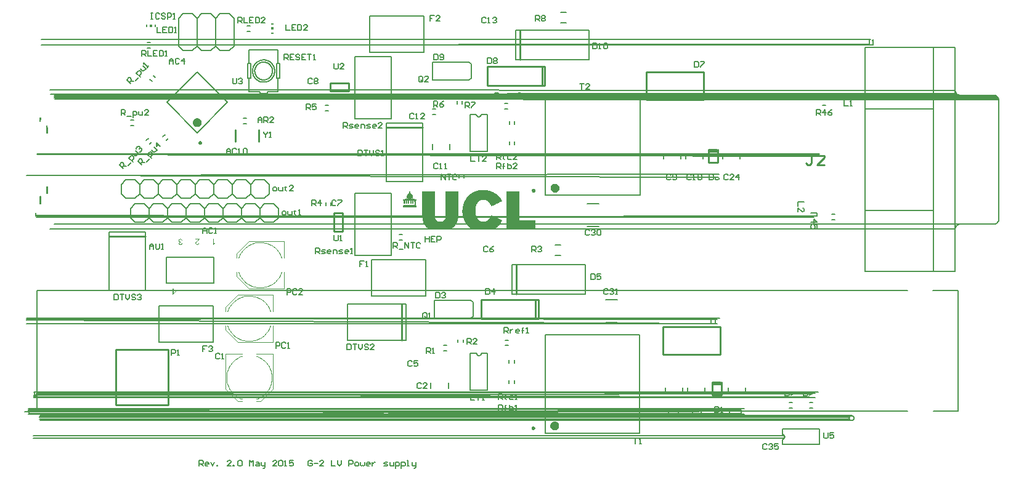
<source format=gto>
%FSTAX23Y23*%
%MOMM*%
%SFA1B1*%

%IPPOS*%
%ADD58C,0.253999*%
%ADD74C,0.101600*%
%ADD75C,0.152400*%
%ADD76C,0.200000*%
%ADD77C,0.599999*%
%ADD78C,0.250000*%
%ADD79C,0.127000*%
%ADD80C,0.025400*%
%ADD81C,0.228600*%
%ADD82C,0.203200*%
%ADD83C,0.150000*%
%ADD84R,1.269997X0.634999*%
%ADD85R,0.302399X0.304799*%
%ADD86R,0.152400X0.304799*%
%ADD87R,0.150000X0.304799*%
%ADD88R,0.304799X0.302399*%
%ADD89R,0.304799X0.152400*%
%ADD90R,0.304799X0.150000*%
%LNlv1-1*%
%LPD*%
G36*
X36274Y41279D02*
X36276Y4128D01*
X3628Y41284*
X36288Y41292*
X36299Y413*
X36313Y4131*
X36329Y41322*
X36347Y41335*
X36368Y41347*
X36369*
X3637Y41348*
X36373Y4135*
X36378Y41352*
X36389Y41359*
X36403Y41366*
X36419Y41374*
X36436Y41383*
X36454Y41391*
X36472Y41399*
Y41302*
X36471*
X36468Y413*
X36464Y41298*
X36458Y41295*
X36451Y41292*
X36443Y41286*
X36423Y41276*
X36401Y41262*
X36376Y41245*
X36351Y41228*
X36327Y41208*
X36326Y41207*
X36324Y41206*
X36321Y41202*
X36317Y41198*
X36306Y41188*
X36293Y41173*
X36279Y41157*
X36264Y41138*
X36251Y4112*
X36239Y411*
X36175*
Y41909*
X36274*
Y41279*
G37*
G36*
X34309Y41917D02*
Y41913D01*
Y41906*
X34308Y41897*
X34307Y41886*
X34305Y41875*
X34302Y41863*
X34297Y41851*
Y4185*
X34296Y41849*
X34295Y41845*
X34293Y41841*
X34289Y41831*
X34282Y41817*
X34272Y418*
X34262Y41782*
X34248Y41764*
X34232Y41744*
X34231Y41743*
X3423Y41742*
X34227Y41738*
X34224Y41734*
X34214Y41723*
X34199Y41708*
X34181Y4169*
X34159Y41669*
X34133Y41646*
X34102Y41621*
X34101Y4162*
X34097Y41616*
X3409Y4161*
X34081Y41603*
X34071Y41594*
X34058Y41583*
X34045Y41572*
X34031Y41559*
X34002Y41532*
X33972Y41503*
X33959Y41489*
X33946Y41475*
X33935Y41463*
X33925Y4145*
X33924Y41449*
X33923Y41447*
X33921Y41444*
X33918Y41439*
X33915Y41433*
X3391Y41427*
X33901Y41411*
X33893Y41393*
X33885Y41373*
X3388Y41351*
X33878Y41341*
Y4133*
Y41329*
Y41327*
Y41325*
X33879Y41321*
X3388Y41309*
X33883Y41296*
X33888Y4128*
X33896Y41264*
X33906Y41247*
X33921Y41232*
X33923Y4123*
X33928Y41225*
X33938Y41219*
X3395Y41211*
X33966Y41203*
X33985Y41197*
X34007Y41193*
X34031Y41191*
X34038*
X34043Y41192*
X34049*
X34056Y41193*
X34072Y41196*
X3409Y41201*
X3411Y41209*
X34129Y41219*
X34145Y41234*
X34147Y41236*
X34152Y41241*
X34159Y41252*
X34166Y41264*
X34175Y41282*
X34182Y41302*
X34186Y41325*
X34188Y41352*
X3429Y41342*
Y41341*
X34289Y41337*
Y41331*
X34288Y41323*
X34286Y41314*
X34284Y41303*
X34281Y4129*
X34276Y41278*
X34267Y4125*
X34261Y41235*
X34253Y41221*
X34245Y41207*
X34236Y41193*
X34225Y4118*
X34212Y41169*
X34211Y41168*
X34209Y41167*
X34205Y41164*
X342Y41159*
X34193Y41155*
X34184Y4115*
X34175Y41145*
X34163Y41138*
X34151Y41133*
X34137Y41128*
X34122Y41123*
X34105Y41118*
X34089Y41114*
X3407Y41111*
X3405Y4111*
X34029Y41109*
X34017*
X3401Y4111*
X34Y41111*
X33988Y41112*
X33975Y41114*
X33962Y41117*
X33932Y41125*
X33918Y4113*
X33902Y41136*
X33886Y41144*
X33872Y41153*
X33858Y41163*
X33844Y41174*
X33843Y41175*
X33841Y41177*
X33838Y4118*
X33834Y41186*
X33829Y41192*
X33822Y41199*
X33817Y41208*
X3381Y41218*
X33803Y41229*
X33798Y41241*
X33787Y41268*
X33782Y41283*
X33779Y41299*
X33777Y41316*
X33776Y41333*
Y41336*
Y41342*
X33777Y41351*
X33778Y41364*
X33781Y41378*
X33784Y41394*
X3379Y41411*
X33796Y41429*
X33797Y41431*
X338Y41437*
X33804Y41447*
X33812Y41458*
X33821Y41473*
X33833Y4149*
X33846Y41509*
X33862Y41528*
Y41529*
X33864Y4153*
X33867Y41533*
X33871Y41537*
X33876Y41542*
X33882Y41549*
X33889Y41556*
X33899Y41564*
X33908Y41574*
X3392Y41584*
X33932Y41597*
X33946Y41609*
X33962Y41623*
X33978Y41637*
X33996Y41652*
X34015Y41669*
X34016Y4167*
X34019Y41672*
X34024Y41677*
X3403Y41681*
X34036Y41687*
X34045Y41694*
X34062Y4171*
X34082Y41727*
X34101Y41744*
X3411Y41751*
X34117Y41758*
X34124Y41766*
X3413Y41771*
X34131Y41772*
X34134Y41775*
X34138Y4178*
X34144Y41788*
X34151Y41795*
X34158Y41805*
X34172Y41823*
X33775*
Y41919*
X34309*
Y41917*
G37*
G36*
X30764Y34858D02*
X31114D01*
Y34767*
X30746Y34245*
X30665*
Y34767*
X30556*
Y34858*
X30665*
Y35051*
X30764*
Y34858*
G37*
G36*
X3174Y41922D02*
X31748Y41921D01*
X31759Y4192*
X31771Y41918*
X31784Y41915*
X31811Y41907*
X31826Y41902*
X31841Y41897*
X31856Y4189*
X31871Y41881*
X31885Y41872*
X31898Y4186*
X31899Y41859*
X31901Y41857*
X31905Y41854*
X3191Y41849*
X31915Y41842*
X31921Y41835*
X31928Y41826*
X31935Y41816*
X31941Y41805*
X31949Y41792*
X31955Y41778*
X31961Y41764*
X31968Y41748*
X31972Y41732*
X31976Y41714*
X31978Y41695*
X31879Y41682*
Y41683*
X31878Y41686*
X31877Y4169*
X31876Y41695*
X31874Y41703*
X31872Y4171*
X31866Y41729*
X31858Y41749*
X31848Y41769*
X31836Y41789*
X3183Y41797*
X31823Y41805*
X31821Y41806*
X31815Y4181*
X31807Y41816*
X31794Y41822*
X3178Y4183*
X31763Y41835*
X31743Y41839*
X31722Y41841*
X31715*
X31711Y4184*
X31704*
X31697Y41839*
X31681Y41835*
X31662Y4183*
X31642Y41821*
X31622Y41809*
X31613Y41801*
X31604Y41793*
X31603Y41792*
X31601Y41791*
X31599Y41788*
X31596Y41785*
X31588Y41774*
X31579Y41759*
X31571Y41743*
X31563Y41722*
X31557Y41699*
X31555Y41686*
Y41673*
Y41672*
Y4167*
Y41667*
X31556Y41662*
Y41657*
X31557Y41649*
X31561Y41634*
X31566Y41616*
X31574Y41597*
X31586Y41579*
X31592Y4157*
X316Y41561*
X31603Y41559*
X31609Y41554*
X31618Y41548*
X31631Y41539*
X31648Y41531*
X31666Y41524*
X31689Y41519*
X31714Y41517*
X31725*
X31733Y41518*
X31743Y41519*
X31756Y41521*
X31769Y41524*
X31784Y41528*
X31772Y41441*
X3177*
X31767Y41442*
X31762Y41443*
X3175*
X31746Y41442*
X31734Y41441*
X31719Y41438*
X31701Y41434*
X31682Y41429*
X31662Y41421*
X31643Y4141*
X31642*
X31641Y41408*
X31635Y41404*
X31627Y41395*
X31617Y41385*
X31608Y4137*
X316Y41352*
X31594Y41331*
X31593Y4132*
X31592Y41307*
Y41306*
Y41305*
X31593Y41298*
X31594Y41288*
X31596Y41276*
X31601Y41262*
X31608Y41248*
X31617Y41232*
X3163Y41218*
X31632Y41216*
X31636Y41212*
X31644Y41207*
X31655Y41199*
X31669Y41193*
X31685Y41187*
X31703Y41182*
X31724Y41181*
X31729*
X31734Y41182*
X31745Y41184*
X31759Y41186*
X31773Y41191*
X3179Y41197*
X31806Y41206*
X31822Y41218*
X31824Y4122*
X31828Y41224*
X31834Y41233*
X31842Y41245*
X3185Y4126*
X31858Y41279*
X31865Y41301*
X3187Y41326*
X31969Y41308*
Y41307*
X31968Y41304*
X31967Y41299*
X31964Y41292*
X31962Y41284*
X31959Y41274*
X31956Y41263*
X31952Y41252*
X3194Y41228*
X31927Y41202*
X31909Y41177*
X31898Y41166*
X31887Y41155*
X31886Y41154*
X31884Y41153*
X3188Y4115*
X31875Y41147*
X31869Y41143*
X31862Y41137*
X31852Y41132*
X31843Y41127*
X31831Y41123*
X3182Y41117*
X31792Y41108*
X31761Y41102*
X31744Y41101*
X31726Y411*
X31715*
X3171Y41101*
X31702*
X31686Y41103*
X31668Y41107*
X31648Y41111*
X31627Y41118*
X31606Y41128*
X31605*
X31604Y41129*
X316Y41131*
X31596Y41133*
X31587Y41139*
X31574Y41148*
X31561Y41159*
X31546Y41173*
X31532Y41188*
X31521Y41206*
Y41207*
X3152Y41208*
X31515Y41214*
X31511Y41224*
X31505Y41237*
X315Y41253*
X31494Y41271*
X31491Y41289*
X3149Y41309*
Y4131*
Y41312*
Y41318*
X31491Y41328*
X31493Y41341*
X31498Y41356*
X31502Y41371*
X31509Y41388*
X31519Y41405*
X3152Y41407*
X31524Y41412*
X3153Y4142*
X3154Y41429*
X31551Y41441*
X31566Y41452*
X31583Y41463*
X31601Y41473*
X316*
X31598Y41474*
X31594Y41475*
X3159Y41476*
X31584Y41478*
X31576Y41481*
X31561Y41488*
X31543Y41497*
X31525Y4151*
X31506Y41524*
X3149Y41542*
Y41543*
X31488Y41544*
X31486Y41548*
X31484Y41552*
X31481Y41557*
X31478Y41562*
X3147Y41578*
X31463Y41597*
X31457Y41619*
X31452Y41643*
X3145Y41671*
Y41672*
Y41676*
Y41682*
X31451Y41689*
X31452Y41699*
X31455Y41709*
X31457Y41721*
X3146Y41733*
X31464Y41747*
X31469Y41762*
X31476Y41776*
X31483Y41792*
X31492Y41807*
X31503Y41822*
X31514Y41837*
X31528Y41851*
X31529Y41852*
X31531Y41854*
X31535Y41857*
X31542Y41862*
X31549Y41867*
X31558Y41874*
X31569Y4188*
X3158Y41886*
X31594Y41894*
X31609Y419*
X31625Y41906*
X31642Y41912*
X3166Y41917*
X3168Y4192*
X317Y41922*
X31722Y41923*
X31733*
X3174Y41922*
G37*
%LNlv1-2*%
%LPC*%
G36*
X31018Y34767D02*
X30764D01*
Y34403*
X31018Y34767*
G37*
%LNlv1-3*%
%LPD*%
G54D58*
X105917Y26034D02*
Y29844D01*
X98043Y26034D02*
X105917D01*
X98043D02*
Y29844D01*
X105917*
X103631Y61086D02*
Y64896D01*
X95757Y61086D02*
X103631D01*
X95757D02*
Y64896D01*
X103631*
X21883Y4229D02*
X26883D01*
X62102Y27979D02*
Y32979D01*
X78358Y66547D02*
Y70611D01*
X104266Y5245D02*
X105536D01*
Y54228*
X104266Y5245D02*
Y54228D01*
X805Y30933D02*
X80881D01*
Y336*
X805D02*
X80881D01*
X805Y30933D02*
Y336D01*
X73007D02*
X805D01*
X73007Y30933D02*
Y336D01*
Y30933D02*
X805D01*
X52831Y45465D02*
X53974D01*
X52831Y42925D02*
Y45465D01*
X53974Y42925D02*
Y45465D01*
X52831Y42925D02*
X53974D01*
X104774Y20446D02*
X106044D01*
Y22224*
X104774Y20446D02*
Y22224D01*
X52323Y62229D02*
Y63372D01*
Y62229D02*
X54863D01*
X52323Y63372D02*
X54863D01*
Y62229D02*
Y63372D01*
X22815Y19049D02*
Y26669D01*
X30015*
Y19049D02*
Y26669D01*
X22815Y19049D02*
X30015D01*
X7785Y34289D02*
Y38353D01*
X59983Y57276D02*
X64983D01*
X81406Y62991D02*
X81787D01*
Y65658*
X81406D02*
X81787D01*
X81406Y62991D02*
Y65658D01*
X73913D02*
X81406D01*
X73913Y62991D02*
Y65658D01*
Y62991D02*
X81406D01*
X118681Y53656D02*
X118173D01*
X118427*
Y52387*
X118173Y52133*
X117919*
X117665Y52387*
X120204Y52133D02*
X119188D01*
X120204Y53149*
Y53403*
X11995Y53656*
X119442*
X119188Y53403*
G54D74*
X42113Y19888D02*
D01*
X42317Y19961*
X42515Y20049*
X42707Y20151*
X42892Y20265*
X43068Y20392*
X43235Y20531*
X43391Y20682*
X43537Y20843*
X43671Y21014*
X43793Y21193*
X43902Y21381*
X43998Y21576*
X44079Y21777*
X44147Y21983*
X442Y22194*
X44238Y22408*
X44262Y22623*
X4427Y2284*
X44263Y23057*
X44241Y23273*
X44204Y23487*
X44152Y23698*
X44085Y23905*
X44004Y24106*
X4391Y24302*
X43801Y2449*
X43681Y2467*
X43547Y24842*
X43402Y25004*
X43247Y25155*
X43081Y25295*
X42905Y25423*
X42722Y25538*
X4253Y25641*
X42332Y2573*
X42128Y25804*
X42113Y25809*
X40197D02*
D01*
X39993Y25736*
X39795Y25648*
X39603Y25547*
X39418Y25432*
X39242Y25305*
X39076Y25166*
X38919Y25015*
X38773Y24854*
X38639Y24684*
X38517Y24504*
X38408Y24316*
X38313Y24121*
X38231Y2392*
X38163Y23714*
X3811Y23503*
X38072Y2329*
X38048Y23074*
X3804Y22857*
X38047Y2264*
X3807Y22424*
X38107Y2221*
X38159Y21999*
X38225Y21792*
X38306Y21591*
X38401Y21395*
X38509Y21207*
X3863Y21027*
X38763Y20855*
X38908Y20694*
X39064Y20542*
X39229Y20402*
X39405Y20274*
X39589Y20159*
X3978Y20056*
X39978Y19968*
X40182Y19893*
X40197Y19888*
X38176Y30022D02*
D01*
X38249Y29818*
X38337Y29619*
X38439Y29428*
X38553Y29243*
X3868Y29067*
X38819Y289*
X3897Y28744*
X39131Y28598*
X39302Y28464*
X39481Y28342*
X39669Y28233*
X39864Y28137*
X40065Y28056*
X40271Y27988*
X40482Y27935*
X40696Y27897*
X40911Y27873*
X41128Y27865*
X41345Y27872*
X41561Y27894*
X41775Y27931*
X41986Y27983*
X42193Y2805*
X42394Y28131*
X4259Y28225*
X42778Y28334*
X42958Y28454*
X4313Y28588*
X43292Y28733*
X43443Y28888*
X43583Y29054*
X43711Y2923*
X43826Y29413*
X43929Y29605*
X44018Y29803*
X44092Y30007*
X44097Y30022*
Y31937D02*
D01*
X44024Y32142*
X43936Y3234*
X43835Y32532*
X4372Y32717*
X43593Y32893*
X43454Y33059*
X43303Y33216*
X43142Y33362*
X42972Y33496*
X42792Y33618*
X42604Y33727*
X42409Y33822*
X42208Y33904*
X42002Y33972*
X41791Y34025*
X41578Y34063*
X41362Y34086*
X41145Y34095*
X40928Y34088*
X40712Y34065*
X40498Y34028*
X40287Y33976*
X4008Y3391*
X39879Y33829*
X39683Y33734*
X39495Y33626*
X39315Y33505*
X39143Y33372*
X38982Y33227*
X3883Y33071*
X3869Y32906*
X38562Y3273*
X38447Y32546*
X38344Y32355*
X38256Y32157*
X38181Y31953*
X38176Y31937*
X397Y37388D02*
D01*
X39773Y37184*
X39861Y36985*
X39963Y36794*
X40077Y36609*
X40204Y36433*
X40343Y36266*
X40494Y3611*
X40655Y35964*
X40826Y3583*
X41005Y35708*
X41193Y35599*
X41388Y35503*
X41589Y35422*
X41795Y35354*
X42006Y35301*
X4222Y35263*
X42435Y35239*
X42652Y35231*
X42869Y35238*
X43085Y3526*
X43299Y35297*
X4351Y35349*
X43717Y35416*
X43918Y35497*
X44114Y35591*
X44302Y357*
X44482Y3582*
X44654Y35954*
X44816Y36099*
X44967Y36254*
X45107Y3642*
X45235Y36596*
X4535Y36779*
X45453Y36971*
X45542Y37169*
X45616Y37373*
X45621Y37388*
Y39303D02*
D01*
X45548Y39508*
X4546Y39706*
X45359Y39898*
X45244Y40083*
X45117Y40259*
X44978Y40425*
X44827Y40582*
X44666Y40728*
X44496Y40862*
X44316Y40984*
X44128Y41093*
X43933Y41188*
X43732Y4127*
X43526Y41338*
X43315Y41391*
X43102Y41429*
X42886Y41452*
X42669Y41461*
X42452Y41454*
X42236Y41431*
X42022Y41394*
X41811Y41342*
X41604Y41276*
X41403Y41195*
X41207Y411*
X41019Y40992*
X40839Y40871*
X40667Y40738*
X40506Y40593*
X40354Y40437*
X40214Y40272*
X40086Y40096*
X39971Y39912*
X39868Y39721*
X3978Y39523*
X39705Y39319*
X397Y39303*
X42113Y26109D02*
X44399D01*
Y21285D02*
Y26109D01*
X42722Y19608D02*
X44399Y21285D01*
X42113Y19608D02*
X42722D01*
X39597D02*
X40197D01*
X37897Y21285D02*
X39597Y19608D01*
X37897Y21285D02*
Y26109D01*
X40197*
X44397Y27736D02*
Y30022D01*
X39573Y27736D02*
X44397D01*
X37896Y29413D02*
X39573Y27736D01*
X37896Y29413D02*
Y30022D01*
Y31937D02*
Y32537D01*
X39573Y34237*
X44397*
Y31937D02*
Y34237D01*
X45921Y35102D02*
Y37388D01*
X41097Y35102D02*
X45921D01*
X3942Y36779D02*
X41097Y35102D01*
X3942Y36779D02*
Y37388D01*
Y39303D02*
Y39903D01*
X41097Y41603*
X45921*
Y39303D02*
Y41603D01*
G54D75*
X124282Y17277D02*
D01*
X124281Y17301*
X124278Y17323*
X124274Y17346*
X124269Y17369*
X124262Y1739*
X124253Y17412*
X124243Y17433*
X124232Y17452*
X124219Y17472*
X124204Y1749*
X124189Y17507*
X124172Y17523*
X124155Y17538*
X124136Y17551*
X124117Y17563*
X124096Y17574*
X124075Y17584*
X124054Y17592*
X124031Y17598*
X124009Y17603*
X123986Y17606*
X123963Y17607*
X12394*
X123917Y17606*
X123894Y17603*
X123872Y17598*
X123849Y17592*
X123828Y17584*
X123807Y17574*
X123786Y17563*
X123767Y17551*
X123748Y17538*
X123731Y17523*
X123714Y17507*
X123699Y1749*
X123684Y17472*
X123671Y17452*
X12366Y17433*
X12365Y17412*
X123641Y1739*
X123634Y17369*
X123629Y17346*
X123625Y17323*
X123622Y17301*
X123621Y17277*
X123622Y17254*
X123625Y17232*
X123629Y17209*
X123634Y17186*
X123641Y17165*
X12365Y17143*
X12366Y17122*
X123671Y17103*
X123684Y17083*
X123699Y17065*
X123714Y17048*
X123731Y17032*
X123748Y17017*
X123767Y17004*
X123786Y16992*
X123807Y16981*
X123828Y16971*
X123849Y16963*
X123872Y16957*
X123894Y16952*
X123917Y16949*
X12394Y16947*
X123963*
X123986Y16949*
X124009Y16952*
X124031Y16957*
X124054Y16963*
X124075Y16971*
X124096Y16981*
X124117Y16992*
X124136Y17004*
X124155Y17017*
X124172Y17032*
X124189Y17048*
X124204Y17065*
X124219Y17083*
X124232Y17103*
X124243Y17122*
X124253Y17143*
X124262Y17165*
X124269Y17186*
X124274Y17209*
X124278Y17232*
X124281Y17254*
X124282Y17277*
X11976Y19097D02*
Y34848D01*
X131601*
X135101D02*
X138581D01*
Y18242D02*
Y34848D01*
X135201Y18242D02*
X138581D01*
X11976D02*
Y19097D01*
Y18242D02*
X131601D01*
X40726Y46735D02*
X41996D01*
X42631Y461*
Y4483D02*
Y461D01*
X41996Y44195D02*
X42631Y4483D01*
X37551Y461D02*
X38186Y46735D01*
X39456*
X40091Y461*
Y4483D02*
Y461D01*
X39456Y44195D02*
X40091Y4483D01*
X38186Y44195D02*
X39456D01*
X37551Y4483D02*
X38186Y44195D01*
X40091Y461D02*
X40726Y46735D01*
X40091Y4483D02*
X40726Y44195D01*
X41996*
X33106Y46735D02*
X34376D01*
X35011Y461*
Y4483D02*
Y461D01*
X34376Y44195D02*
X35011Y4483D01*
Y461D02*
X35646Y46735D01*
X36916*
X37551Y461*
Y4483D02*
Y461D01*
X36916Y44195D02*
X37551Y4483D01*
X35646Y44195D02*
X36916D01*
X35011Y4483D02*
X35646Y44195D01*
X29931Y461D02*
X30566Y46735D01*
X31836*
X32471Y461*
Y4483D02*
Y461D01*
X31836Y44195D02*
X32471Y4483D01*
X30566Y44195D02*
X31836D01*
X29931Y4483D02*
X30566Y44195D01*
X32471Y461D02*
X33106Y46735D01*
X32471Y4483D02*
X33106Y44195D01*
X34376*
X25486Y46735D02*
X26756D01*
X27391Y461*
Y4483D02*
Y461D01*
X26756Y44195D02*
X27391Y4483D01*
Y461D02*
X28026Y46735D01*
X29296*
X29931Y461*
Y4483D02*
Y461D01*
X29296Y44195D02*
X29931Y4483D01*
X28026Y44195D02*
X29296D01*
X27391Y4483D02*
X28026Y44195D01*
X24851Y4483D02*
Y461D01*
X25486Y46735*
X24851Y4483D02*
X25486Y44195D01*
X26756*
X43266Y46735D02*
X44536D01*
X45171Y461*
Y4483D02*
Y461D01*
X44536Y44195D02*
X45171Y4483D01*
X42631Y461D02*
X43266Y46735D01*
X42631Y4483D02*
X43266Y44195D01*
X44536*
X41996Y47497D02*
X43266D01*
X41361Y48132D02*
X41996Y47497D01*
X41361Y49402D02*
X41996Y50037D01*
X43266Y47497D02*
X43901Y48132D01*
Y49402*
X43266Y50037D02*
X43901Y49402D01*
X41996Y50037D02*
X43266D01*
X24216Y47497D02*
X25486D01*
X23581Y48132D02*
X24216Y47497D01*
X23581Y49402D02*
X24216Y50037D01*
X23581Y48132D02*
Y49402D01*
X26121Y48132D02*
X26756Y47497D01*
X28026*
X28661Y48132*
Y49402*
X28026Y50037D02*
X28661Y49402D01*
X26756Y50037D02*
X28026D01*
X26121Y49402D02*
X26756Y50037D01*
X25486Y47497D02*
X26121Y48132D01*
Y49402*
X25486Y50037D02*
X26121Y49402D01*
X24216Y50037D02*
X25486D01*
X31836Y47497D02*
X33106D01*
X31201Y48132D02*
X31836Y47497D01*
X31201Y49402D02*
X31836Y50037D01*
X28661Y48132D02*
X29296Y47497D01*
X30566*
X31201Y48132*
Y49402*
X30566Y50037D02*
X31201Y49402D01*
X29296Y50037D02*
X30566D01*
X28661Y49402D02*
X29296Y50037D01*
X33741Y48132D02*
X34376Y47497D01*
X35646*
X36281Y48132*
Y49402*
X35646Y50037D02*
X36281Y49402D01*
X34376Y50037D02*
X35646D01*
X33741Y49402D02*
X34376Y50037D01*
X33106Y47497D02*
X33741Y48132D01*
Y49402*
X33106Y50037D02*
X33741Y49402D01*
X31836Y50037D02*
X33106D01*
X39456Y47497D02*
X40726D01*
X38821Y48132D02*
X39456Y47497D01*
X38821Y49402D02*
X39456Y50037D01*
X36281Y48132D02*
X36916Y47497D01*
X38186*
X38821Y48132*
Y49402*
X38186Y50037D02*
X38821Y49402D01*
X36916Y50037D02*
X38186D01*
X36281Y49402D02*
X36916Y50037D01*
X40726Y47497D02*
X41361Y48132D01*
Y49402*
X40726Y50037D02*
X41361Y49402D01*
X39456Y50037D02*
X40726D01*
X31455Y68452D02*
X3209Y67817D01*
X3336D02*
X33995Y68452D01*
X3463Y67817*
X359D02*
X36535Y68452D01*
X31455D02*
Y72262D01*
X3209Y72897*
X3336*
X33995Y72262*
X3463Y72897*
X359*
X36535Y72262*
X33995Y68452D02*
Y72262D01*
X36535Y68452D02*
Y72262D01*
X3463Y67817D02*
X359D01*
X3209D02*
X3336D01*
X36535Y68452D02*
X3717Y67817D01*
X3844D02*
X39075Y68452D01*
X36535Y72262D02*
X3717Y72897D01*
X3844*
X39075Y72262*
Y68452D02*
Y72262D01*
X3717Y67817D02*
X3844D01*
G54D76*
X114426Y14374D02*
D01*
X114449Y14375*
X114471Y14377*
X114492Y14381*
X114514Y14386*
X114535Y14393*
X114556Y14401*
X114576Y14411*
X114595Y14422*
X114613Y14435*
X114631Y14448*
X114647Y14463*
X114662Y14479*
X114677Y14496*
X11469Y14514*
X114701Y14533*
X114712Y14552*
X114721Y14573*
X114728Y14593*
X114735Y14615*
X114739Y14636*
X114742Y14658*
X114744Y1468*
Y14703*
X114742Y14725*
X114739Y14747*
X114735Y14768*
X114728Y1479*
X114721Y1481*
X114712Y14831*
X114701Y1485*
X11469Y14869*
X114677Y14887*
X114662Y14904*
X114647Y1492*
X114631Y14935*
X114613Y14948*
X114595Y14961*
X114576Y14972*
X114556Y14982*
X114535Y1499*
X114514Y14997*
X114492Y15002*
X114471Y15006*
X114449Y15008*
X114426Y15009*
X72387Y59054D02*
D01*
X72388Y59032*
X72391Y5901*
X72394Y58988*
X724Y58967*
X72407Y58946*
X72415Y58925*
X72425Y58905*
X72436Y58886*
X72448Y58868*
X72462Y5885*
X72477Y58834*
X72493Y58819*
X7251Y58804*
X72527Y58791*
X72546Y5878*
X72566Y58769*
X72586Y5876*
X72607Y58753*
X72628Y58746*
X7265Y58742*
X72672Y58739*
X72694Y58737*
X72716*
X72738Y58739*
X7276Y58742*
X72782Y58746*
X72803Y58753*
X72824Y5876*
X72844Y58769*
X72864Y5878*
X72883Y58791*
X729Y58804*
X72917Y58819*
X72933Y58834*
X72948Y5885*
X72962Y58868*
X72974Y58886*
X72985Y58905*
X72995Y58925*
X73003Y58946*
X7301Y58967*
X73016Y58988*
X73019Y5901*
X73022Y59032*
X73022Y59054*
X72417Y26202D02*
D01*
X72418Y2618*
X72421Y26158*
X72424Y26136*
X7243Y26115*
X72437Y26094*
X72445Y26073*
X72455Y26053*
X72466Y26034*
X72478Y26016*
X72492Y25998*
X72507Y25982*
X72523Y25967*
X7254Y25952*
X72557Y25939*
X72576Y25928*
X72596Y25917*
X72616Y25908*
X72637Y25901*
X72658Y25894*
X7268Y2589*
X72702Y25887*
X72724Y25885*
X72746*
X72768Y25887*
X7279Y2589*
X72812Y25894*
X72833Y25901*
X72854Y25908*
X72874Y25917*
X72894Y25928*
X72913Y25939*
X7293Y25952*
X72947Y25967*
X72963Y25982*
X72978Y25998*
X72992Y26016*
X73004Y26034*
X73015Y26053*
X73025Y26073*
X73033Y26094*
X7304Y26115*
X73046Y26136*
X73049Y26158*
X73052Y2618*
X73052Y26202*
X13818Y62391D02*
D01*
X138182Y62343*
X138187Y62295*
X138196Y62247*
X138207Y622*
X138222Y62154*
X138241Y62109*
X138262Y62065*
X138286Y62023*
X138313Y61983*
X138343Y61945*
X138376Y61909*
X13841Y61875*
X138448Y61844*
X138487Y61815*
X138528Y6179*
X138571Y61767*
X138615Y61747*
X138661Y6173*
X138707Y61717*
X138755Y61707*
X138803Y617*
X138851Y61697*
X138875Y61696*
X144175Y60996D02*
D01*
X144174Y61045*
X144169Y61093*
X14416Y61141*
X144149Y61188*
X144134Y61234*
X144115Y61279*
X144094Y61323*
X14407Y61365*
X144043Y61405*
X144013Y61443*
X14398Y61479*
X143946Y61513*
X143908Y61544*
X143869Y61573*
X143828Y61598*
X143785Y61621*
X143741Y61641*
X143695Y61657*
X143649Y61671*
X143601Y61681*
X143553Y61688*
X143505Y61691*
X14348Y61691*
X138875Y43966D02*
D01*
X138827Y43965*
X138779Y4396*
X138731Y43951*
X138684Y4394*
X138638Y43925*
X138593Y43906*
X138549Y43885*
X138507Y43861*
X138467Y43834*
X138429Y43804*
X138393Y43771*
X138359Y43737*
X138328Y43699*
X138299Y4366*
X138274Y43619*
X138251Y43576*
X138231Y43532*
X138215Y43486*
X138201Y4344*
X138191Y43392*
X138184Y43344*
X138181Y43296*
X13818Y43271*
X14348Y43971D02*
D01*
X143529Y43973*
X143577Y43978*
X143625Y43987*
X143672Y43998*
X143718Y44013*
X143763Y44032*
X143807Y44053*
X143849Y44077*
X143889Y44104*
X143927Y44134*
X143963Y44167*
X143997Y44201*
X144028Y44239*
X144057Y44278*
X144082Y44319*
X144105Y44362*
X144125Y44406*
X144141Y44452*
X144155Y44498*
X144165Y44546*
X144172Y44594*
X144175Y44642*
X144175Y44666*
X115369Y19399D02*
X115769D01*
X115369Y18699D02*
X115769D01*
X114426Y13626D02*
X119506D01*
Y15756*
X114426D02*
X119506D01*
X114426Y15009D02*
Y15756D01*
Y13626D02*
Y14374D01*
X118163Y19399D02*
X118563D01*
X118163Y18699D02*
X118563D01*
X108641Y52939D02*
Y53739D01*
X106241Y52939D02*
Y53739D01*
X109403Y20681D02*
Y21481D01*
X107003Y20681D02*
Y21481D01*
X21883Y42871D02*
X24383D01*
X21883Y34851D02*
Y42871D01*
Y34851D02*
X26883D01*
Y42871*
X24383D02*
X26883D01*
X36236Y30225D02*
Y32725D01*
X28786D02*
X36236D01*
X28786Y27725D02*
Y32725D01*
Y27725D02*
X36236D01*
Y30225*
X62683Y30479D02*
Y32979D01*
X54663D02*
X62683D01*
X54663Y27979D02*
Y32979D01*
Y27979D02*
X62683D01*
Y30479*
X70707Y50345D02*
Y50745D01*
X70007Y50345D02*
Y50745D01*
X61775Y41813D02*
X62175D01*
X61775Y42513D02*
X62175D01*
X7151Y59054D02*
X72387D01*
X73022D02*
X739D01*
Y53974D02*
Y59054D01*
X7151Y53974D02*
X739D01*
X7151D02*
Y59054D01*
X81839Y28727D02*
X94839D01*
X81839Y15227D02*
X94839D01*
X81839D02*
Y28727D01*
X94839Y15227D02*
Y28727D01*
X77595Y24859D02*
Y25259D01*
X76895Y24859D02*
Y25259D01*
X77595Y22065D02*
Y22465D01*
X76895Y22065D02*
Y22465D01*
X52419Y46535D02*
Y46935D01*
X51719Y46535D02*
Y46935D01*
X67871Y26573D02*
X68271D01*
X67871Y27273D02*
X68271D01*
X68539Y21357D02*
Y22157D01*
X66139Y21357D02*
Y22157D01*
X69753Y60505D02*
Y60905D01*
X70453Y60505D02*
Y60905D01*
X83927Y71639D02*
X84727D01*
X83927Y73139D02*
X84727D01*
X51615Y59593D02*
X52015D01*
X51615Y60293D02*
X52015D01*
X76948Y54917D02*
Y55317D01*
X77648Y54917D02*
Y55317D01*
X76253Y60547D02*
X76653D01*
X76253Y59847D02*
X76653D01*
X76948Y57711D02*
Y58111D01*
X77648Y57711D02*
Y58111D01*
X57742Y70103D02*
Y72603D01*
X65192*
Y67603D02*
Y72603D01*
X57742Y67603D02*
X65192D01*
X57742D02*
Y70103D01*
X28006Y64396D02*
X28288Y64114D01*
X27511Y63901D02*
X27793Y63619D01*
X77753Y66547D02*
Y68579D01*
Y66547D02*
X87853D01*
Y70611*
X77753D02*
X87853D01*
X77753Y68579D02*
Y70611D01*
X98113Y52939D02*
Y53739D01*
X100513Y52939D02*
Y53739D01*
X101161Y52939D02*
Y53739D01*
X103561Y52939D02*
Y53739D01*
X58165Y48191D02*
X60665D01*
Y39691D02*
Y48191D01*
X55665Y39691D02*
X60665D01*
X55665D02*
Y48191D01*
X58165*
X27191Y68929D02*
X27591D01*
X27191Y68229D02*
X27591D01*
X40399Y57815D02*
X40799D01*
X40399Y58515D02*
X40799D01*
X40907Y71215D02*
X41307D01*
X40907Y70515D02*
X41307D01*
X24905Y58261D02*
X25305D01*
X24905Y57561D02*
X25305D01*
X27003Y55478D02*
X27285Y5576D01*
X27498Y54983D02*
X2778Y55265D01*
X29289Y55986D02*
X29571Y56268D01*
X29784Y55491D02*
X30066Y55773D01*
X87591Y46761D02*
X89191D01*
X87591Y43661D02*
X89191D01*
X121211Y44607D02*
X121611D01*
X121211Y45307D02*
X121611D01*
X119941Y60355D02*
X120341D01*
X119941Y61055D02*
X120341D01*
X66347Y59085D02*
X66747D01*
X66347Y59785D02*
X66747D01*
X68763Y54209D02*
Y55009D01*
X66363Y54209D02*
Y55009D01*
X76363Y27281D02*
X76763D01*
X76363Y27981D02*
X76763D01*
X101415Y20681D02*
Y21481D01*
X103815Y20681D02*
Y21481D01*
X98367Y20681D02*
Y21481D01*
X100767Y20681D02*
Y21481D01*
X7154Y21122D02*
Y26202D01*
Y21122D02*
X7393D01*
Y26202*
X73052D02*
X7393D01*
X7154D02*
X72417D01*
X70563Y27685D02*
Y28085D01*
X69863Y27685D02*
Y28085D01*
X83165Y41135D02*
X83965D01*
X83165Y39635D02*
X83965D01*
X90131Y33553D02*
X91731D01*
X90131Y30453D02*
X91731D01*
X33995Y64877D02*
X38167Y60705D01*
X29824D02*
X33995Y56534D01*
X29824Y60705D02*
X33995Y64877D01*
Y56534D02*
X38167Y60705D01*
X135175Y37431D02*
Y68231D01*
X125775Y37431D02*
X138175D01*
X125775Y68231D02*
X138175D01*
X144175Y44666D02*
Y60996D01*
X125775Y37431D02*
Y68231D01*
Y45831D02*
X135175D01*
X138175Y37431D02*
Y68231D01*
X125775Y59831D02*
X135175D01*
X138875Y61696D02*
X143475D01*
X138875Y43966D02*
X143475D01*
X55665Y58487D02*
X58165D01*
X55665D02*
Y66987D01*
X60665*
Y58487D02*
Y66987D01*
X58165Y58487D02*
X60665D01*
X77245Y34289D02*
Y36321D01*
Y34289D02*
X87345D01*
Y38353*
X77245D02*
X87345D01*
X77245Y36321D02*
Y38353D01*
X59983Y57857D02*
X62483D01*
X59983Y49837D02*
Y57857D01*
Y49837D02*
X64983D01*
Y57857*
X62483D02*
X64983D01*
X57996Y36575D02*
Y39075D01*
X65446*
Y34075D02*
Y39075D01*
X57996Y34075D02*
X65446D01*
X57996D02*
Y36575D01*
X94879Y47939D02*
Y61439D01*
X81879Y47939D02*
Y61439D01*
Y47939D02*
X94879D01*
X81879Y61439D02*
X94879D01*
G54D77*
X83409Y16227D02*
D01*
X83409Y16248*
X83407Y16269*
X83403Y1629*
X83398Y1631*
X83391Y1633*
X83384Y1635*
X83374Y16368*
X83364Y16386*
X83352Y16404*
X83339Y1642*
X83325Y16436*
X8331Y1645*
X83294Y16464*
X83277Y16476*
X83259Y16487*
X83241Y16497*
X83222Y16506*
X83202Y16513*
X83182Y16519*
X83162Y16523*
X83141Y16526*
X8312Y16527*
X83099*
X83078Y16526*
X83057Y16523*
X83037Y16519*
X83017Y16513*
X82997Y16506*
X82978Y16497*
X82959Y16487*
X82942Y16476*
X82925Y16464*
X82909Y1645*
X82894Y16436*
X8288Y1642*
X82867Y16404*
X82855Y16386*
X82845Y16368*
X82835Y1635*
X82828Y1633*
X82821Y1631*
X82816Y1629*
X82812Y16269*
X8281Y16248*
X82809Y16227*
X8281Y16207*
X82812Y16186*
X82816Y16165*
X82821Y16145*
X82828Y16125*
X82835Y16105*
X82845Y16087*
X82855Y16069*
X82867Y16051*
X8288Y16035*
X82894Y16019*
X82909Y16005*
X82925Y15991*
X82942Y15979*
X82959Y15968*
X82978Y15958*
X82997Y15949*
X83017Y15942*
X83037Y15936*
X83057Y15932*
X83078Y15929*
X83099Y15928*
X8312*
X83141Y15929*
X83162Y15932*
X83182Y15936*
X83202Y15942*
X83222Y15949*
X83241Y15958*
X83259Y15968*
X83277Y15979*
X83294Y15991*
X8331Y16005*
X83325Y16019*
X83339Y16035*
X83352Y16051*
X83364Y16069*
X83374Y16087*
X83384Y16105*
X83391Y16125*
X83398Y16145*
X83403Y16165*
X83407Y16186*
X83409Y16207*
X83409Y16227*
X34295Y57948D02*
D01*
X34295Y57969*
X34293Y5799*
X34289Y5801*
X34284Y5803*
X34277Y5805*
X3427Y5807*
X3426Y58089*
X3425Y58107*
X34238Y58124*
X34225Y58141*
X34211Y58156*
X34196Y58171*
X3418Y58184*
X34163Y58196*
X34145Y58208*
X34127Y58217*
X34108Y58226*
X34088Y58233*
X34068Y58239*
X34048Y58243*
X34027Y58246*
X34006Y58248*
X33985*
X33964Y58246*
X33943Y58243*
X33923Y58239*
X33903Y58233*
X33883Y58226*
X33864Y58217*
X33845Y58208*
X33828Y58196*
X33811Y58184*
X33795Y58171*
X3378Y58156*
X33766Y58141*
X33753Y58124*
X33741Y58107*
X33731Y58089*
X33721Y5807*
X33714Y5805*
X33707Y5803*
X33702Y5801*
X33698Y5799*
X33696Y57969*
X33695Y57948*
X33696Y57927*
X33698Y57906*
X33702Y57885*
X33707Y57865*
X33714Y57845*
X33721Y57826*
X33731Y57807*
X33741Y57789*
X33753Y57771*
X33766Y57755*
X3378Y57739*
X33795Y57725*
X33811Y57711*
X33828Y57699*
X33845Y57688*
X33864Y57678*
X33883Y5767*
X33903Y57662*
X33923Y57657*
X33943Y57652*
X33964Y57649*
X33985Y57648*
X34006*
X34027Y57649*
X34048Y57652*
X34068Y57657*
X34088Y57662*
X34108Y5767*
X34127Y57678*
X34145Y57688*
X34163Y57699*
X3418Y57711*
X34196Y57725*
X34211Y57739*
X34225Y57755*
X34238Y57771*
X3425Y57789*
X3426Y57807*
X3427Y57826*
X34277Y57845*
X34284Y57865*
X34289Y57885*
X34293Y57906*
X34295Y57927*
X34295Y57948*
X83449Y48939D02*
D01*
X83449Y4896*
X83447Y48981*
X83443Y49002*
X83438Y49022*
X83431Y49042*
X83424Y49062*
X83414Y4908*
X83404Y49098*
X83392Y49116*
X83379Y49132*
X83365Y49148*
X8335Y49162*
X83334Y49176*
X83317Y49188*
X83299Y49199*
X83281Y49209*
X83262Y49218*
X83242Y49225*
X83222Y49231*
X83202Y49235*
X83181Y49238*
X8316Y49239*
X83139*
X83118Y49238*
X83097Y49235*
X83077Y49231*
X83057Y49225*
X83037Y49218*
X83018Y49209*
X82999Y49199*
X82982Y49188*
X82965Y49176*
X82949Y49162*
X82934Y49148*
X8292Y49132*
X82907Y49116*
X82895Y49098*
X82885Y4908*
X82875Y49062*
X82868Y49042*
X82861Y49022*
X82856Y49002*
X82852Y48981*
X8285Y4896*
X82849Y48939*
X8285Y48919*
X82852Y48898*
X82856Y48877*
X82861Y48857*
X82868Y48837*
X82875Y48817*
X82885Y48799*
X82895Y48781*
X82907Y48763*
X8292Y48747*
X82934Y48731*
X82949Y48717*
X82965Y48703*
X82982Y48691*
X82999Y4868*
X83018Y4867*
X83037Y48661*
X83057Y48654*
X83077Y48648*
X83097Y48644*
X83118Y48641*
X83139Y4864*
X8316*
X83181Y48641*
X83202Y48644*
X83222Y48648*
X83242Y48654*
X83262Y48661*
X83281Y4867*
X83299Y4868*
X83317Y48691*
X83334Y48703*
X8335Y48717*
X83365Y48731*
X83379Y48747*
X83392Y48763*
X83404Y48781*
X83414Y48799*
X83424Y48817*
X83431Y48837*
X83438Y48857*
X83443Y48877*
X83447Y48898*
X83449Y48919*
X83449Y48939*
G54D78*
X80284Y15882D02*
D01*
X80284Y15891*
X80283Y159*
X80282Y15908*
X8028Y15917*
X80277Y15925*
X80274Y15933*
X8027Y15941*
X80265Y15949*
X80261Y15956*
X80255Y15963*
X80249Y15969*
X80243Y15975*
X80236Y15981*
X80229Y15986*
X80222Y15991*
X80214Y15995*
X80206Y15998*
X80198Y16001*
X8019Y16004*
X80181Y16006*
X80173Y16007*
X80164Y16007*
X80155*
X80146Y16007*
X80138Y16006*
X80129Y16004*
X80121Y16001*
X80113Y15998*
X80105Y15995*
X80097Y15991*
X8009Y15986*
X80083Y15981*
X80076Y15975*
X8007Y15969*
X80064Y15963*
X80058Y15956*
X80053Y15949*
X80049Y15941*
X80045Y15933*
X80042Y15925*
X80039Y15917*
X80037Y15908*
X80036Y159*
X80035Y15891*
X80034Y15882*
X80035Y15874*
X80036Y15865*
X80037Y15856*
X80039Y15848*
X80042Y1584*
X80045Y15832*
X80049Y15824*
X80053Y15816*
X80058Y15809*
X80064Y15802*
X8007Y15796*
X80076Y1579*
X80083Y15784*
X8009Y15779*
X80097Y15774*
X80105Y1577*
X80113Y15767*
X80121Y15764*
X80129Y15761*
X80138Y15759*
X80146Y15758*
X80155Y15758*
X80164*
X80173Y15758*
X80181Y15759*
X8019Y15761*
X80198Y15764*
X80206Y15767*
X80214Y1577*
X80222Y15774*
X80229Y15779*
X80236Y15784*
X80243Y1579*
X80249Y15796*
X80255Y15802*
X80261Y15809*
X80265Y15816*
X8027Y15824*
X80274Y15832*
X80277Y1584*
X8028Y15848*
X80282Y15856*
X80283Y15865*
X80284Y15874*
X80284Y15882*
X34527Y55172D02*
D01*
X34527Y55181*
X34526Y5519*
X34524Y55198*
X34522Y55207*
X3452Y55215*
X34516Y55223*
X34512Y55231*
X34508Y55239*
X34503Y55246*
X34498Y55253*
X34492Y55259*
X34486Y55265*
X34479Y55271*
X34472Y55276*
X34465Y55281*
X34457Y55285*
X34449Y55288*
X34441Y55291*
X34432Y55294*
X34424Y55295*
X34415Y55297*
X34406Y55297*
X34398*
X34389Y55297*
X3438Y55295*
X34372Y55294*
X34363Y55291*
X34355Y55288*
X34347Y55285*
X3434Y55281*
X34332Y55276*
X34325Y55271*
X34318Y55265*
X34312Y55259*
X34306Y55253*
X34301Y55246*
X34296Y55239*
X34292Y55231*
X34288Y55223*
X34285Y55215*
X34282Y55207*
X3428Y55198*
X34278Y5519*
X34277Y55181*
X34277Y55172*
X34277Y55164*
X34278Y55155*
X3428Y55146*
X34282Y55138*
X34285Y5513*
X34288Y55122*
X34292Y55114*
X34296Y55106*
X34301Y55099*
X34306Y55092*
X34312Y55086*
X34318Y5508*
X34325Y55074*
X34332Y55069*
X3434Y55064*
X34347Y5506*
X34355Y55056*
X34363Y55054*
X34372Y55051*
X3438Y55049*
X34389Y55048*
X34398Y55047*
X34406*
X34415Y55048*
X34424Y55049*
X34432Y55051*
X34441Y55054*
X34449Y55056*
X34457Y5506*
X34465Y55064*
X34472Y55069*
X34479Y55074*
X34486Y5508*
X34492Y55086*
X34498Y55092*
X34503Y55099*
X34508Y55106*
X34512Y55114*
X34516Y55122*
X3452Y5513*
X34522Y55138*
X34524Y55146*
X34526Y55155*
X34527Y55164*
X34527Y55172*
X80324Y48594D02*
D01*
X80324Y48603*
X80323Y48612*
X80322Y4862*
X8032Y48629*
X80317Y48637*
X80314Y48645*
X8031Y48653*
X80305Y48661*
X80301Y48668*
X80295Y48675*
X80289Y48681*
X80283Y48687*
X80276Y48693*
X80269Y48698*
X80262Y48703*
X80254Y48707*
X80246Y4871*
X80238Y48713*
X8023Y48716*
X80221Y48718*
X80213Y48719*
X80204Y48719*
X80195*
X80186Y48719*
X80178Y48718*
X80169Y48716*
X80161Y48713*
X80153Y4871*
X80145Y48707*
X80137Y48703*
X8013Y48698*
X80123Y48693*
X80116Y48687*
X8011Y48681*
X80104Y48675*
X80098Y48668*
X80093Y48661*
X80089Y48653*
X80085Y48645*
X80082Y48637*
X80079Y48629*
X80077Y4862*
X80076Y48612*
X80075Y48603*
X80074Y48594*
X80075Y48586*
X80076Y48577*
X80077Y48568*
X80079Y4856*
X80082Y48552*
X80085Y48544*
X80089Y48536*
X80093Y48528*
X80098Y48521*
X80104Y48514*
X8011Y48508*
X80116Y48502*
X80123Y48496*
X8013Y48491*
X80137Y48486*
X80145Y48482*
X80153Y48479*
X80161Y48476*
X80169Y48473*
X80178Y48471*
X80186Y4847*
X80195Y4847*
X80204*
X80213Y4847*
X80221Y48471*
X8023Y48473*
X80238Y48476*
X80246Y48479*
X80254Y48482*
X80262Y48486*
X80269Y48491*
X80276Y48496*
X80283Y48502*
X80289Y48508*
X80295Y48514*
X80301Y48521*
X80305Y48528*
X8031Y48536*
X80314Y48544*
X80317Y48552*
X8032Y4856*
X80322Y48568*
X80323Y48577*
X80324Y48586*
X80324Y48594*
G54D79*
X44359Y65023D02*
D01*
X44356Y65109*
X44347Y65193*
X44332Y65277*
X44311Y6536*
X44285Y6544*
X44253Y65519*
X44216Y65596*
X44173Y6567*
X44126Y6574*
X44073Y65807*
X44017Y6587*
X43955Y6593*
X4389Y65984*
X43821Y66034*
X43749Y66079*
X43674Y66119*
X43596Y66154*
X43516Y66183*
X43434Y66206*
X43351Y66224*
X43267Y66236*
X43182Y66242*
X43097*
X43012Y66236*
X42928Y66224*
X42845Y66206*
X42763Y66183*
X42683Y66154*
X42605Y66119*
X4253Y66079*
X42458Y66034*
X42389Y65984*
X42324Y6593*
X42262Y6587*
X42206Y65807*
X42153Y6574*
X42106Y6567*
X42063Y65596*
X42026Y65519*
X41994Y6544*
X41968Y6536*
X41947Y65277*
X41932Y65193*
X41923Y65109*
X4192Y65023*
X41923Y64938*
X41932Y64854*
X41947Y6477*
X41968Y64687*
X41994Y64607*
X42026Y64528*
X42063Y64451*
X42106Y64377*
X42153Y64307*
X42206Y6424*
X42262Y64177*
X42324Y64117*
X42389Y64063*
X42458Y64013*
X4253Y63968*
X42605Y63928*
X42683Y63893*
X42763Y63864*
X42845Y6384*
X42928Y63823*
X43012Y63811*
X43097Y63805*
X43182*
X43267Y63811*
X43351Y63823*
X43434Y6384*
X43516Y63864*
X43596Y63893*
X43674Y63928*
X43749Y63968*
X43821Y64013*
X4389Y64063*
X43955Y64117*
X44017Y64177*
X44073Y6424*
X44126Y64307*
X44173Y64377*
X44216Y64451*
X44253Y64528*
X44285Y64607*
X44311Y64687*
X44332Y6477*
X44347Y64854*
X44356Y64938*
X44359Y65023*
X44663D02*
D01*
X4466Y6513*
X44649Y65236*
X4463Y6534*
X44604Y65444*
X44572Y65545*
X44532Y65643*
X44485Y65739*
X44432Y65831*
X44372Y65919*
X44307Y66003*
X44236Y66082*
X44159Y66156*
X44078Y66224*
X43992Y66287*
X43901Y66343*
X43808Y66393*
X4371Y66437*
X4361Y66473*
X43508Y66502*
X43404Y66524*
X43299Y66539*
X43193Y66547*
X43086*
X4298Y66539*
X42875Y66524*
X42771Y66502*
X42669Y66473*
X42569Y66437*
X42471Y66393*
X42377Y66343*
X42287Y66287*
X42201Y66224*
X4212Y66156*
X42043Y66082*
X41972Y66003*
X41907Y65919*
X41847Y65831*
X41794Y65739*
X41747Y65643*
X41707Y65545*
X41675Y65444*
X41649Y6534*
X4163Y65236*
X41619Y6513*
X41615Y65023*
X41619Y64917*
X4163Y64811*
X41649Y64707*
X41675Y64603*
X41707Y64502*
X41747Y64404*
X41794Y64308*
X41847Y64216*
X41907Y64128*
X41972Y64044*
X42043Y63965*
X4212Y63891*
X42201Y63823*
X42287Y6376*
X42377Y63704*
X42471Y63654*
X42569Y6361*
X42669Y63574*
X42771Y63545*
X42875Y63523*
X4298Y63508*
X43086Y635*
X43193*
X43299Y63508*
X43404Y63523*
X43508Y63545*
X4361Y63574*
X4371Y6361*
X43808Y63654*
X43901Y63704*
X43992Y6376*
X44078Y63823*
X44159Y63891*
X44236Y63965*
X44307Y64044*
X44372Y64128*
X44432Y64216*
X44485Y64308*
X44532Y64404*
X44572Y64502*
X44604Y64603*
X4463Y64707*
X44649Y64811*
X4466Y64917*
X44663Y65023*
X66641Y30982D02*
Y33482D01*
Y30982D02*
X71616D01*
X71916Y31282*
Y33207*
X71641Y33482D02*
X71916Y33207D01*
X66641Y33482D02*
X71641D01*
X66387Y63748D02*
Y66248D01*
Y63748D02*
X71362D01*
X71662Y64048*
Y65973*
X71387Y66248D02*
X71662Y65973D01*
X66387Y66248D02*
X71387D01*
X45139Y62173D02*
Y64023D01*
Y66039D02*
Y67894D01*
X41133Y66039D02*
Y67894D01*
Y62173D02*
Y64023D01*
X45139D02*
X45339D01*
X44939D02*
X45139D01*
X44939D02*
Y66039D01*
X45139*
X45339*
Y64023D02*
Y66039D01*
X41133Y64023D02*
X41336D01*
X4093D02*
X41133D01*
X4093D02*
Y66039D01*
X41133*
X41336*
Y64023D02*
Y66039D01*
X43639Y61923D02*
Y62173D01*
X42631Y61923D02*
X43639D01*
X42631D02*
Y62173D01*
X43639D02*
X45139D01*
X41133D02*
X42631D01*
X41133Y67894D02*
X45139D01*
G54D80*
X72948Y4864D02*
X73532D01*
X72745Y48615D02*
X73736D01*
X72618Y4859D02*
X73888D01*
X72491Y48564D02*
X74015D01*
X72415Y48539D02*
X74091D01*
X72339Y48513D02*
X74193D01*
X72262Y48488D02*
X74269D01*
X63169Y48463D02*
X63195D01*
X72186D02*
X74345D01*
X76555D02*
X78206D01*
X63169Y48437D02*
X63195D01*
X64947D02*
X66624D01*
X68148D02*
X69824D01*
X7211D02*
X74396D01*
X76555D02*
X78206D01*
X63144Y48412D02*
X6322D01*
X64947D02*
X66624D01*
X68148D02*
X69824D01*
X72059D02*
X74472D01*
X76555D02*
X78206D01*
X63144Y48386D02*
X63245D01*
X64947D02*
X66624D01*
X68148D02*
X69824D01*
X72008D02*
X74523D01*
X76555D02*
X78206D01*
X63144Y48361D02*
X6322D01*
X64947D02*
X66624D01*
X68148D02*
X69824D01*
X71958D02*
X74574D01*
X76555D02*
X78206D01*
X63144Y48336D02*
X6322D01*
X64947D02*
X66624D01*
X68148D02*
X69824D01*
X71907D02*
X74625D01*
X76555D02*
X78206D01*
X63144Y4831D02*
X6322D01*
X64947D02*
X66624D01*
X68148D02*
X69824D01*
X71856D02*
X74675D01*
X76555D02*
X78206D01*
X63144Y48285D02*
X6322D01*
X64947D02*
X66624D01*
X68148D02*
X69824D01*
X71831D02*
X74726D01*
X76555D02*
X78206D01*
X63144Y48259D02*
X6322D01*
X64947D02*
X66624D01*
X68148D02*
X69824D01*
X7178D02*
X74777D01*
X76555D02*
X78206D01*
X63118Y48234D02*
X63271D01*
X64947D02*
X66624D01*
X68148D02*
X69824D01*
X71754D02*
X74828D01*
X76555D02*
X78206D01*
X63118Y48209D02*
X63245D01*
X64947D02*
X66624D01*
X68148D02*
X69824D01*
X71704D02*
X74853D01*
X76555D02*
X78206D01*
X63093Y48183D02*
X63271D01*
X64947D02*
X66624D01*
X68148D02*
X69824D01*
X71678D02*
X74904D01*
X76555D02*
X78206D01*
X63068Y48158D02*
X63296D01*
X64947D02*
X66624D01*
X68148D02*
X69824D01*
X71627D02*
X74955D01*
X76555D02*
X78206D01*
X63017Y48132D02*
X63347D01*
X64947D02*
X66624D01*
X68148D02*
X69824D01*
X71602D02*
X7498D01*
X76555D02*
X78206D01*
X62966Y48107D02*
X63398D01*
X64947D02*
X66624D01*
X68148D02*
X69824D01*
X71551D02*
X75006D01*
X76555D02*
X78206D01*
X62966Y48082D02*
X63423D01*
X64947D02*
X66624D01*
X68148D02*
X69824D01*
X71526D02*
X75056D01*
X76555D02*
X78206D01*
X62941Y48056D02*
X63449D01*
X64947D02*
X66624D01*
X68148D02*
X69824D01*
X715D02*
X75082D01*
X76555D02*
X78206D01*
X62915Y48031D02*
X63474D01*
X64947D02*
X66624D01*
X68148D02*
X69824D01*
X71475D02*
X75107D01*
X76555D02*
X78206D01*
X6289Y48005D02*
X63474D01*
X64947D02*
X66624D01*
X68148D02*
X69824D01*
X71424D02*
X75133D01*
X76555D02*
X78206D01*
X62864Y4798D02*
X63499D01*
X64947D02*
X66624D01*
X68148D02*
X69824D01*
X71399D02*
X75183D01*
X76555D02*
X78206D01*
X62864Y47955D02*
X63499D01*
X64947D02*
X66624D01*
X68148D02*
X69824D01*
X71373D02*
X75209D01*
X76555D02*
X78206D01*
X62864Y47929D02*
X63525D01*
X64947D02*
X66624D01*
X68148D02*
X69824D01*
X71348D02*
X75234D01*
X76555D02*
X78206D01*
X62839Y47904D02*
X63525D01*
X64947D02*
X66624D01*
X68148D02*
X69824D01*
X71323D02*
X7526D01*
X76555D02*
X78206D01*
X62839Y47878D02*
X63525D01*
X64947D02*
X66624D01*
X68148D02*
X69824D01*
X71297D02*
X75285D01*
X76555D02*
X78206D01*
X62839Y47853D02*
X63525D01*
X64947D02*
X66624D01*
X68148D02*
X69824D01*
X71272D02*
X7531D01*
X76555D02*
X78206D01*
X62839Y47828D02*
X63525D01*
X64947D02*
X66624D01*
X68148D02*
X69824D01*
X71246D02*
X75361D01*
X76555D02*
X78206D01*
X62839Y47802D02*
X63525D01*
X64947D02*
X66624D01*
X68148D02*
X69824D01*
X71221D02*
X75387D01*
X76555D02*
X78206D01*
X62839Y47777D02*
X63525D01*
X64947D02*
X66624D01*
X68148D02*
X69824D01*
X71221D02*
X75412D01*
X76555D02*
X78206D01*
X62814Y47751D02*
X6355D01*
X64947D02*
X66624D01*
X68148D02*
X69824D01*
X7117D02*
X75412D01*
X76555D02*
X78206D01*
X62788Y47726D02*
X63576D01*
X64947D02*
X66624D01*
X68148D02*
X69824D01*
X7117D02*
X75437D01*
X76555D02*
X78206D01*
X62788Y47701D02*
X6322D01*
X63245D02*
X63576D01*
X64947D02*
X66624D01*
X68148D02*
X69824D01*
X71145D02*
X75463D01*
X76555D02*
X78206D01*
X62814Y47675D02*
X63576D01*
X64947D02*
X66624D01*
X68148D02*
X69824D01*
X71119D02*
X75488D01*
X76555D02*
X78206D01*
X62814Y4765D02*
X63144D01*
X63169D02*
X63347D01*
X63372D02*
X63576D01*
X64947D02*
X66624D01*
X68148D02*
X69824D01*
X71094D02*
X75514D01*
X76555D02*
X78206D01*
X62814Y47624D02*
X63042D01*
X63068D02*
X63169D01*
X63195D02*
X63576D01*
X64947D02*
X66624D01*
X68148D02*
X69824D01*
X71069D02*
X75539D01*
X76555D02*
X78206D01*
X62788Y47599D02*
X62941D01*
X62966D02*
X63042D01*
X63322D02*
X63576D01*
X64947D02*
X66624D01*
X68148D02*
X69824D01*
X71069D02*
X75564D01*
X76555D02*
X78206D01*
X62788Y47574D02*
X62941D01*
X63423D02*
X63576D01*
X64947D02*
X66624D01*
X68148D02*
X69824D01*
X71043D02*
X75564D01*
X76555D02*
X78206D01*
X62788Y47548D02*
X62814D01*
X6355D02*
X63576D01*
X64947D02*
X66624D01*
X68148D02*
X69824D01*
X71018D02*
X7559D01*
X76555D02*
X78206D01*
X63068Y47523D02*
X63296D01*
X64947D02*
X66624D01*
X68148D02*
X69824D01*
X70992D02*
X72999D01*
X73024D02*
X73253D01*
X73278D02*
X73456D01*
X73482D02*
X75615D01*
X76555D02*
X78206D01*
X62941Y47497D02*
X63423D01*
X64947D02*
X66624D01*
X68148D02*
X69824D01*
X70992D02*
X73075D01*
X73101D02*
X75641D01*
X76555D02*
X78206D01*
X62839Y47472D02*
X63525D01*
X64947D02*
X66624D01*
X68148D02*
X69824D01*
X70967D02*
X73151D01*
X73177D02*
X75641D01*
X76555D02*
X78206D01*
X62712Y47447D02*
X63652D01*
X64947D02*
X66624D01*
X68148D02*
X69824D01*
X70942D02*
X73329D01*
X73355D02*
X75666D01*
X76555D02*
X78206D01*
X62585Y47421D02*
X63779D01*
X64947D02*
X66624D01*
X68148D02*
X69824D01*
X70942D02*
X73405D01*
X73431D02*
X75691D01*
X76555D02*
X78206D01*
X62483Y47396D02*
X6388D01*
X64947D02*
X66624D01*
X68148D02*
X69824D01*
X70916D02*
X71094D01*
X71119D02*
X75691D01*
X76555D02*
X78206D01*
X62356Y4737D02*
X64007D01*
X64947D02*
X66624D01*
X68148D02*
X69824D01*
X70916D02*
X75717D01*
X76555D02*
X78206D01*
X62306Y47345D02*
X64058D01*
X64947D02*
X66624D01*
X68148D02*
X69824D01*
X70891D02*
X72974D01*
X72999D02*
X73075D01*
X73558D02*
X75717D01*
X76555D02*
X78206D01*
X62306Y4732D02*
X64058D01*
X64947D02*
X66624D01*
X68148D02*
X69824D01*
X70891D02*
X72593D01*
X72618D02*
X7277D01*
X72796D02*
X72974D01*
X73659D02*
X73736D01*
X73761D02*
X73913D01*
X73939D02*
X7404D01*
X74066D02*
X75742D01*
X76555D02*
X78206D01*
X62331Y47294D02*
X64033D01*
X64947D02*
X66624D01*
X68148D02*
X69824D01*
X70865D02*
X72872D01*
X73736D02*
X74117D01*
X74142D02*
X75768D01*
X76555D02*
X78206D01*
X62331Y47269D02*
X64033D01*
X64947D02*
X66624D01*
X68148D02*
X69824D01*
X7084D02*
X72847D01*
X73786D02*
X75768D01*
X76555D02*
X78206D01*
X62356Y47243D02*
X64007D01*
X64947D02*
X66624D01*
X68148D02*
X69824D01*
X7084D02*
X72796D01*
X73837D02*
X75793D01*
X76555D02*
X78206D01*
X62382Y47218D02*
X62509D01*
X62687D02*
X62814D01*
X62966D02*
X63093D01*
X63271D02*
X63398D01*
X6355D02*
X63677D01*
X63855D02*
X63982D01*
X64947D02*
X66624D01*
X68148D02*
X69824D01*
X70815D02*
X72745D01*
X73888D02*
X75793D01*
X76555D02*
X78206D01*
X62407Y47193D02*
X62509D01*
X62687D02*
X62788D01*
X62991D02*
X63093D01*
X63271D02*
X63372D01*
X63576D02*
X63677D01*
X63855D02*
X63957D01*
X64947D02*
X66624D01*
X68148D02*
X69824D01*
X70815D02*
X72669D01*
X72694D02*
X7272D01*
X73913D02*
X75818D01*
X76555D02*
X78206D01*
X62407Y47167D02*
X62509D01*
X62712D02*
X62788D01*
X62991D02*
X63068D01*
X63296D02*
X63372D01*
X63576D02*
X63677D01*
X63855D02*
X63957D01*
X64947D02*
X66624D01*
X68148D02*
X69824D01*
X70789D02*
X72669D01*
X73964D02*
X75793D01*
X76555D02*
X78206D01*
X62407Y47142D02*
X62509D01*
X62712D02*
X62788D01*
X62991D02*
X63093D01*
X63271D02*
X63372D01*
X63576D02*
X63652D01*
X63855D02*
X63957D01*
X64947D02*
X66624D01*
X68148D02*
X69824D01*
X70789D02*
X72643D01*
X7399D02*
X74142D01*
X74167D02*
X75742D01*
X76555D02*
X78206D01*
X62407Y47116D02*
X62509D01*
X62712D02*
X62788D01*
X62991D02*
X63068D01*
X63296D02*
X63372D01*
X63576D02*
X63652D01*
X6388D02*
X63957D01*
X64947D02*
X66624D01*
X68148D02*
X69824D01*
X70764D02*
X72339D01*
X72364D02*
X72542D01*
X72567D02*
X72618D01*
X74015D02*
X74294D01*
X7432D02*
X75412D01*
X75437D02*
X75691D01*
X76555D02*
X78206D01*
X62407Y47091D02*
X62509D01*
X62712D02*
X62788D01*
X62991D02*
X63068D01*
X63296D02*
X63372D01*
X63576D02*
X63652D01*
X6388D02*
X63957D01*
X64947D02*
X66624D01*
X68148D02*
X69824D01*
X70764D02*
X72593D01*
X7404D02*
X7531D01*
X75336D02*
X75641D01*
X76555D02*
X78206D01*
X62407Y47066D02*
X62509D01*
X62712D02*
X62788D01*
X62991D02*
X63068D01*
X63296D02*
X63372D01*
X63576D02*
X63652D01*
X6388D02*
X63957D01*
X64947D02*
X66624D01*
X68148D02*
X69824D01*
X70738D02*
X72567D01*
X74066D02*
X7559D01*
X76555D02*
X78206D01*
X62407Y4704D02*
X62509D01*
X62712D02*
X62788D01*
X62991D02*
X63068D01*
X63296D02*
X63372D01*
X63576D02*
X63652D01*
X6388D02*
X63957D01*
X64947D02*
X66624D01*
X68148D02*
X69824D01*
X70738D02*
X72389D01*
X72415D02*
X72542D01*
X74091D02*
X75209D01*
X75234D02*
X75539D01*
X76555D02*
X78206D01*
X62407Y47015D02*
X62509D01*
X62712D02*
X62788D01*
X62991D02*
X63068D01*
X63296D02*
X63372D01*
X63576D02*
X63652D01*
X6388D02*
X63957D01*
X64947D02*
X66624D01*
X68148D02*
X69824D01*
X70738D02*
X72516D01*
X74117D02*
X75488D01*
X76555D02*
X78206D01*
X62407Y46989D02*
X62509D01*
X62712D02*
X62788D01*
X62991D02*
X63068D01*
X63296D02*
X63372D01*
X63576D02*
X63652D01*
X6388D02*
X63957D01*
X64947D02*
X66624D01*
X68148D02*
X69824D01*
X70713D02*
X72491D01*
X74142D02*
X74193D01*
X74218D02*
X75437D01*
X76555D02*
X78206D01*
X62407Y46964D02*
X62509D01*
X62712D02*
X62788D01*
X62991D02*
X63068D01*
X63296D02*
X63372D01*
X63576D02*
X63652D01*
X6388D02*
X63957D01*
X64947D02*
X66624D01*
X68148D02*
X69824D01*
X70713D02*
X72466D01*
X74167D02*
X75387D01*
X76555D02*
X78206D01*
X62407Y46939D02*
X62509D01*
X62712D02*
X62788D01*
X62991D02*
X63068D01*
X63296D02*
X63372D01*
X63576D02*
X63652D01*
X6388D02*
X63957D01*
X64947D02*
X66624D01*
X68148D02*
X69824D01*
X70688D02*
X7244D01*
X74167D02*
X75336D01*
X76555D02*
X78206D01*
X62407Y46913D02*
X62509D01*
X62712D02*
X62788D01*
X62991D02*
X63068D01*
X63296D02*
X63372D01*
X63576D02*
X63652D01*
X6388D02*
X63957D01*
X64947D02*
X66624D01*
X68148D02*
X69824D01*
X70688D02*
X7244D01*
X74193D02*
X7432D01*
X74345D02*
X74879D01*
X74904D02*
X75082D01*
X75107D02*
X75285D01*
X76555D02*
X78206D01*
X62407Y46888D02*
X62509D01*
X62712D02*
X62788D01*
X62991D02*
X63068D01*
X63296D02*
X63372D01*
X63576D02*
X63652D01*
X6388D02*
X63957D01*
X64947D02*
X66624D01*
X68148D02*
X69824D01*
X70662D02*
X72415D01*
X74218D02*
X74777D01*
X74802D02*
X75234D01*
X76555D02*
X78206D01*
X62407Y46862D02*
X62509D01*
X62712D02*
X62788D01*
X62991D02*
X63068D01*
X63296D02*
X63372D01*
X63576D02*
X63652D01*
X6388D02*
X63957D01*
X64947D02*
X66624D01*
X68148D02*
X69824D01*
X70662D02*
X72389D01*
X74244D02*
X74955D01*
X7498D02*
X75183D01*
X76555D02*
X78206D01*
X62407Y46837D02*
X62509D01*
X62712D02*
X62788D01*
X62991D02*
X63068D01*
X63296D02*
X63372D01*
X63576D02*
X63652D01*
X6388D02*
X63957D01*
X64947D02*
X66624D01*
X68148D02*
X69824D01*
X70662D02*
X72389D01*
X74244D02*
X75133D01*
X76555D02*
X78206D01*
X6388Y46812D02*
X63957D01*
X64947D02*
X66624D01*
X68148D02*
X69824D01*
X70637D02*
X72364D01*
X74269D02*
X75082D01*
X76555D02*
X78206D01*
X6388Y46786D02*
X63957D01*
X64947D02*
X66624D01*
X68148D02*
X69824D01*
X70637D02*
X72364D01*
X74269D02*
X75031D01*
X76555D02*
X78206D01*
X6388Y46761D02*
X63957D01*
X64947D02*
X66624D01*
X68148D02*
X69824D01*
X70637D02*
X72339D01*
X7432D02*
X7498D01*
X76555D02*
X78206D01*
X6388Y46735D02*
X63957D01*
X64947D02*
X66624D01*
X68148D02*
X69824D01*
X70611D02*
X72339D01*
X7432D02*
X74929D01*
X76555D02*
X78206D01*
X6388Y4671D02*
X63957D01*
X64947D02*
X66624D01*
X68148D02*
X69824D01*
X70611D02*
X72313D01*
X7432D02*
X74371D01*
X74396D02*
X74675D01*
X74701D02*
X74879D01*
X76555D02*
X78206D01*
X6388Y46685D02*
X63957D01*
X64947D02*
X66624D01*
X68148D02*
X69824D01*
X70611D02*
X72313D01*
X74345D02*
X74498D01*
X74523D02*
X74599D01*
X74625D02*
X74828D01*
X76555D02*
X78206D01*
X6388Y46659D02*
X63957D01*
X64947D02*
X66624D01*
X68148D02*
X69824D01*
X70586D02*
X72288D01*
X74345D02*
X74777D01*
X76555D02*
X78206D01*
X6388Y46634D02*
X63957D01*
X64947D02*
X66624D01*
X68148D02*
X69824D01*
X70586D02*
X72135D01*
X72161D02*
X72288D01*
X74371D02*
X74726D01*
X76555D02*
X78206D01*
X63855Y46608D02*
X63957D01*
X64947D02*
X66624D01*
X68148D02*
X69824D01*
X70586D02*
X72288D01*
X74371D02*
X74675D01*
X76555D02*
X78206D01*
X62407Y46583D02*
X63957D01*
X64947D02*
X66624D01*
X68148D02*
X69824D01*
X70586D02*
X72262D01*
X74396D02*
X74599D01*
X76555D02*
X78206D01*
X62407Y46558D02*
X63957D01*
X64947D02*
X66624D01*
X68148D02*
X69824D01*
X70561D02*
X72262D01*
X74396D02*
X74548D01*
X76555D02*
X78206D01*
X62331Y46532D02*
X64033D01*
X64947D02*
X66624D01*
X68148D02*
X69824D01*
X70561D02*
X72262D01*
X74421D02*
X74498D01*
X76555D02*
X78206D01*
X62331Y46507D02*
X64033D01*
X64947D02*
X66624D01*
X68148D02*
X69824D01*
X70561D02*
X72237D01*
X74421D02*
X74447D01*
X76555D02*
X78206D01*
X62331Y46481D02*
X64033D01*
X64947D02*
X66624D01*
X68148D02*
X69824D01*
X70561D02*
X72135D01*
X72161D02*
X72237D01*
X76555D02*
X78206D01*
X62331Y46456D02*
X64033D01*
X64947D02*
X66624D01*
X68148D02*
X69824D01*
X70535D02*
X70637D01*
X70662D02*
X72237D01*
X76555D02*
X78206D01*
X62331Y46431D02*
X64033D01*
X64947D02*
X66624D01*
X68148D02*
X69824D01*
X70535D02*
X72237D01*
X76555D02*
X78206D01*
X62255Y46405D02*
X64109D01*
X64947D02*
X66624D01*
X68148D02*
X69824D01*
X70535D02*
X72212D01*
X76555D02*
X78206D01*
X62255Y4638D02*
X64109D01*
X64947D02*
X66624D01*
X68148D02*
X69824D01*
X70535D02*
X72212D01*
X76555D02*
X78206D01*
X62255Y46354D02*
X64109D01*
X64947D02*
X66624D01*
X68148D02*
X69824D01*
X70535D02*
X72212D01*
X76555D02*
X78206D01*
X62255Y46329D02*
X64109D01*
X64947D02*
X66624D01*
X68148D02*
X69824D01*
X7051D02*
X72212D01*
X76555D02*
X78206D01*
X64947Y46304D02*
X66624D01*
X68148D02*
X69824D01*
X7051D02*
X72212D01*
X76555D02*
X78206D01*
X64947Y46278D02*
X66624D01*
X68148D02*
X69824D01*
X7051D02*
X72186D01*
X76555D02*
X78206D01*
X64947Y46253D02*
X66624D01*
X68148D02*
X69824D01*
X7051D02*
X72186D01*
X76555D02*
X78206D01*
X64947Y46227D02*
X66624D01*
X68148D02*
X69824D01*
X7051D02*
X72186D01*
X76555D02*
X78206D01*
X64947Y46202D02*
X66624D01*
X68148D02*
X69824D01*
X7051D02*
X72186D01*
X76555D02*
X78206D01*
X64947Y46177D02*
X66624D01*
X68148D02*
X69824D01*
X70484D02*
X72186D01*
X76555D02*
X78206D01*
X64947Y46151D02*
X66624D01*
X68148D02*
X69824D01*
X70484D02*
X72186D01*
X76555D02*
X78206D01*
X64947Y46126D02*
X66624D01*
X68148D02*
X69824D01*
X70484D02*
X72186D01*
X76555D02*
X78206D01*
X64947Y461D02*
X66624D01*
X68148D02*
X69824D01*
X70484D02*
X72186D01*
X76555D02*
X78206D01*
X64947Y46075D02*
X66624D01*
X68148D02*
X69824D01*
X70484D02*
X72186D01*
X76555D02*
X78206D01*
X64947Y4605D02*
X66624D01*
X68148D02*
X69824D01*
X70484D02*
X72186D01*
X76555D02*
X78206D01*
X64947Y46024D02*
X66624D01*
X68148D02*
X69824D01*
X70484D02*
X72161D01*
X76555D02*
X78206D01*
X64947Y45999D02*
X66624D01*
X68148D02*
X69824D01*
X70484D02*
X72161D01*
X76555D02*
X78206D01*
X64947Y45973D02*
X66624D01*
X68148D02*
X69824D01*
X70484D02*
X72161D01*
X76555D02*
X78206D01*
X64947Y45948D02*
X66624D01*
X68148D02*
X69824D01*
X70484D02*
X72161D01*
X76555D02*
X78206D01*
X64947Y45923D02*
X66624D01*
X68148D02*
X69824D01*
X70484D02*
X72161D01*
X76555D02*
X78206D01*
X64947Y45897D02*
X66624D01*
X68148D02*
X69824D01*
X70459D02*
X72161D01*
X76555D02*
X78206D01*
X64947Y45872D02*
X66624D01*
X68148D02*
X69824D01*
X70459D02*
X72161D01*
X76555D02*
X78206D01*
X64947Y45846D02*
X66624D01*
X68148D02*
X69824D01*
X70459D02*
X72161D01*
X76555D02*
X78206D01*
X64947Y45821D02*
X66624D01*
X68148D02*
X69824D01*
X70459D02*
X72161D01*
X76555D02*
X78206D01*
X64947Y45796D02*
X66624D01*
X68148D02*
X69824D01*
X70459D02*
X72161D01*
X76555D02*
X78206D01*
X64947Y4577D02*
X66624D01*
X68148D02*
X69824D01*
X70459D02*
X72161D01*
X76555D02*
X78206D01*
X64947Y45745D02*
X66624D01*
X68148D02*
X69824D01*
X70459D02*
X72161D01*
X76555D02*
X78206D01*
X64947Y45719D02*
X66624D01*
X68148D02*
X69824D01*
X70459D02*
X72161D01*
X76555D02*
X78206D01*
X64947Y45694D02*
X66624D01*
X68148D02*
X69824D01*
X70459D02*
X72186D01*
X76555D02*
X78206D01*
X64947Y45669D02*
X66624D01*
X68148D02*
X69824D01*
X70459D02*
X72186D01*
X76555D02*
X78206D01*
X64947Y45643D02*
X66624D01*
X68148D02*
X69824D01*
X70459D02*
X72186D01*
X76555D02*
X78206D01*
X64947Y45618D02*
X66624D01*
X68148D02*
X69824D01*
X70459D02*
X72186D01*
X76555D02*
X78206D01*
X64947Y45592D02*
X66624D01*
X68148D02*
X69824D01*
X70484D02*
X72186D01*
X76555D02*
X78206D01*
X64947Y45567D02*
X66624D01*
X68148D02*
X69824D01*
X70484D02*
X72186D01*
X76555D02*
X78206D01*
X64947Y45542D02*
X66624D01*
X68148D02*
X69824D01*
X70484D02*
X72186D01*
X76555D02*
X78206D01*
X64947Y45516D02*
X66624D01*
X68148D02*
X69824D01*
X70484D02*
X72186D01*
X76555D02*
X78206D01*
X64947Y45491D02*
X66624D01*
X68148D02*
X69824D01*
X70484D02*
X72186D01*
X76555D02*
X78206D01*
X64947Y45465D02*
X66624D01*
X68148D02*
X69824D01*
X70484D02*
X72186D01*
X76555D02*
X78206D01*
X64947Y4544D02*
X66624D01*
X68148D02*
X69824D01*
X70484D02*
X72212D01*
X76555D02*
X78206D01*
X64947Y45415D02*
X66624D01*
X68148D02*
X69824D01*
X70484D02*
X72212D01*
X76555D02*
X78206D01*
X64947Y45389D02*
X66624D01*
X68148D02*
X69824D01*
X70484D02*
X72212D01*
X76555D02*
X78206D01*
X64947Y45364D02*
X66624D01*
X68148D02*
X69824D01*
X70484D02*
X72212D01*
X76555D02*
X78206D01*
X64947Y45338D02*
X66624D01*
X68148D02*
X69824D01*
X7051D02*
X72212D01*
X76555D02*
X78206D01*
X64947Y45313D02*
X66624D01*
X68148D02*
X69824D01*
X7051D02*
X72212D01*
X76555D02*
X78206D01*
X64947Y45288D02*
X66624D01*
X68148D02*
X69824D01*
X7051D02*
X72237D01*
X76555D02*
X78206D01*
X64947Y45262D02*
X66624D01*
X68148D02*
X69824D01*
X7051D02*
X72237D01*
X76555D02*
X78206D01*
X64947Y45237D02*
X66624D01*
X68148D02*
X69824D01*
X7051D02*
X72237D01*
X76555D02*
X78206D01*
X64947Y45211D02*
X66624D01*
X68148D02*
X69824D01*
X7051D02*
X72237D01*
X76555D02*
X78206D01*
X64947Y45186D02*
X66624D01*
X68148D02*
X69824D01*
X7051D02*
X72262D01*
X76555D02*
X78206D01*
X64947Y45161D02*
X66624D01*
X68148D02*
X69824D01*
X70535D02*
X70637D01*
X70662D02*
X72262D01*
X74396D02*
X74447D01*
X76555D02*
X78206D01*
X64947Y45135D02*
X66624D01*
X68148D02*
X69824D01*
X70535D02*
X72262D01*
X74396D02*
X74498D01*
X76555D02*
X78206D01*
X64947Y4511D02*
X66624D01*
X68148D02*
X69824D01*
X70535D02*
X72262D01*
X74396D02*
X74548D01*
X76555D02*
X78206D01*
X64947Y45084D02*
X66624D01*
X68148D02*
X69799D01*
X70535D02*
X72288D01*
X74371D02*
X74599D01*
X76555D02*
X78206D01*
X64947Y45059D02*
X66624D01*
X68148D02*
X69799D01*
X70535D02*
X72288D01*
X74371D02*
X7465D01*
X76555D02*
X78206D01*
X64947Y45034D02*
X66624D01*
X68148D02*
X69799D01*
X70561D02*
X72313D01*
X74371D02*
X74701D01*
X76555D02*
X78206D01*
X64947Y45008D02*
X66624D01*
X68148D02*
X69799D01*
X70561D02*
X72313D01*
X74345D02*
X74752D01*
X76555D02*
X78206D01*
X64973Y44983D02*
X66446D01*
X66471D02*
X66624D01*
X68148D02*
X68198D01*
X68224D02*
X69799D01*
X70561D02*
X72313D01*
X74345D02*
X74802D01*
X76555D02*
X78206D01*
X64973Y44957D02*
X66624D01*
X68122D02*
X69697D01*
X69722D02*
X69799D01*
X70561D02*
X72135D01*
X72161D02*
X72339D01*
X7432D02*
X74853D01*
X76555D02*
X78206D01*
X64973Y44932D02*
X66624D01*
X68122D02*
X69799D01*
X70586D02*
X70662D01*
X70688D02*
X72339D01*
X7432D02*
X74929D01*
X76555D02*
X78206D01*
X64973Y44907D02*
X66624D01*
X68122D02*
X69799D01*
X70586D02*
X72364D01*
X74294D02*
X7498D01*
X76555D02*
X78206D01*
X64973Y44881D02*
X66649D01*
X68122D02*
X69799D01*
X70586D02*
X72364D01*
X74294D02*
X75031D01*
X76555D02*
X78206D01*
X64973Y44856D02*
X66649D01*
X68122D02*
X69799D01*
X70611D02*
X72389D01*
X74269D02*
X75082D01*
X76555D02*
X78206D01*
X64973Y4483D02*
X66649D01*
X68122D02*
X69773D01*
X70611D02*
X72389D01*
X74269D02*
X75133D01*
X76555D02*
X78206D01*
X64973Y44805D02*
X66649D01*
X68122D02*
X69773D01*
X70611D02*
X72415D01*
X74244D02*
X75183D01*
X76555D02*
X78206D01*
X64973Y4478D02*
X66649D01*
X68122D02*
X69773D01*
X70637D02*
X72415D01*
X74218D02*
X75234D01*
X76555D02*
X78206D01*
X64973Y44754D02*
X66649D01*
X68097D02*
X69773D01*
X70637D02*
X7244D01*
X74193D02*
X75285D01*
X76555D02*
X78206D01*
X64973Y44729D02*
X66674D01*
X68097D02*
X69773D01*
X70637D02*
X72466D01*
X74193D02*
X75336D01*
X76555D02*
X78206D01*
X64973Y44703D02*
X66674D01*
X68097D02*
X69773D01*
X70662D02*
X72491D01*
X74167D02*
X75387D01*
X76555D02*
X78206D01*
X64998Y44678D02*
X667D01*
X68071D02*
X69748D01*
X70662D02*
X70865D01*
X70891D02*
X72491D01*
X74142D02*
X75437D01*
X76555D02*
X78206D01*
X64998Y44653D02*
X667D01*
X68071D02*
X69748D01*
X70662D02*
X70764D01*
X70789D02*
X72516D01*
X74117D02*
X75488D01*
X76555D02*
X78206D01*
X64998Y44627D02*
X66725D01*
X68046D02*
X69748D01*
X70688D02*
X72542D01*
X74091D02*
X75564D01*
X76555D02*
X78206D01*
X64998Y44602D02*
X66725D01*
X68046D02*
X69748D01*
X70688D02*
X72567D01*
X74066D02*
X75615D01*
X76555D02*
X78206D01*
X64998Y44576D02*
X66751D01*
X68021D02*
X69748D01*
X70713D02*
X72593D01*
X74066D02*
X75666D01*
X76555D02*
X78206D01*
X64998Y44551D02*
X66751D01*
X67995D02*
X69722D01*
X70713D02*
X72618D01*
X74015D02*
X75691D01*
X76555D02*
X78206D01*
X65023Y44526D02*
X66776D01*
X67995D02*
X69722D01*
X70713D02*
X72643D01*
X7399D02*
X75768D01*
X76555D02*
X78206D01*
X65023Y445D02*
X66801D01*
X6797D02*
X69722D01*
X70738D02*
X72389D01*
X72415D02*
X72669D01*
X73964D02*
X75818D01*
X76555D02*
X80416D01*
X65023Y44475D02*
X66827D01*
X67944D02*
X69697D01*
X70738D02*
X7272D01*
X73913D02*
X75818D01*
X76555D02*
X80416D01*
X65023Y44449D02*
X66852D01*
X67919D02*
X69697D01*
X70764D02*
X72745D01*
X73888D02*
X75793D01*
X76555D02*
X80416D01*
X65049Y44424D02*
X6515D01*
X65176D02*
X66878D01*
X67894D02*
X6957D01*
X69595D02*
X69697D01*
X70764D02*
X7084D01*
X70865D02*
X72796D01*
X73837D02*
X75793D01*
X76555D02*
X80416D01*
X65049Y44399D02*
X66903D01*
X67843D02*
X69672D01*
X70789D02*
X72847D01*
X73786D02*
X75768D01*
X76555D02*
X80416D01*
X65049Y44373D02*
X66954D01*
X67792D02*
X69672D01*
X70789D02*
X72897D01*
X7371D02*
X75768D01*
X76555D02*
X80416D01*
X65049Y44348D02*
X67005D01*
X67741D02*
X69672D01*
X70815D02*
X72974D01*
X73634D02*
X75742D01*
X76555D02*
X80416D01*
X65074Y44322D02*
X66649D01*
X66674D02*
X67055D01*
X6769D02*
X68021D01*
X68046D02*
X69646D01*
X70815D02*
X73101D01*
X73532D02*
X75742D01*
X76555D02*
X80416D01*
X65074Y44297D02*
X67157D01*
X67614D02*
X69494D01*
X69519D02*
X69646D01*
X7084D02*
X75717D01*
X76555D02*
X80416D01*
X65074Y44272D02*
X69646D01*
X7084D02*
X71069D01*
X71094D02*
X75717D01*
X76555D02*
X80416D01*
X651Y44246D02*
X65201D01*
X65227D02*
X69621D01*
X70865D02*
X70967D01*
X70992D02*
X75691D01*
X76555D02*
X80416D01*
X651Y44221D02*
X69621D01*
X70891D02*
X75666D01*
X76555D02*
X80416D01*
X651Y44195D02*
X69595D01*
X70891D02*
X75666D01*
X76555D02*
X80416D01*
X65125Y4417D02*
X69595D01*
X70916D02*
X75641D01*
X76555D02*
X80416D01*
X65125Y44145D02*
X6957D01*
X70916D02*
X75641D01*
X76555D02*
X80416D01*
X6515Y44119D02*
X6957D01*
X70942D02*
X75615D01*
X76555D02*
X80416D01*
X6515Y44094D02*
X69545D01*
X70967D02*
X7559D01*
X76555D02*
X80416D01*
X65176Y44068D02*
X65354D01*
X65379D02*
X69545D01*
X70967D02*
X7559D01*
X76555D02*
X80416D01*
X65176Y44043D02*
X69367D01*
X69392D02*
X69519D01*
X70992D02*
X75564D01*
X76555D02*
X80416D01*
X65201Y44018D02*
X65252D01*
X65277D02*
X69519D01*
X71018D02*
X71043D01*
X71069D02*
X75437D01*
X75463D02*
X75539D01*
X76555D02*
X80416D01*
X65227Y43992D02*
X69494D01*
X71018D02*
X75514D01*
X76555D02*
X80416D01*
X65227Y43967D02*
X69494D01*
X71043D02*
X75514D01*
X76555D02*
X80416D01*
X65252Y43941D02*
X65379D01*
X65404D02*
X69468D01*
X71069D02*
X75488D01*
X76555D02*
X80416D01*
X65252Y43916D02*
X69443D01*
X71094D02*
X75463D01*
X76555D02*
X80416D01*
X65277Y43891D02*
X69418D01*
X71119D02*
X75437D01*
X76555D02*
X80416D01*
X65303Y43865D02*
X65557D01*
X65582D02*
X69164D01*
X69189D02*
X69316D01*
X69341D02*
X69418D01*
X71145D02*
X7117D01*
X71196D02*
X7526D01*
X75285D02*
X75412D01*
X76555D02*
X80416D01*
X65303Y4384D02*
X69392D01*
X7117D02*
X75387D01*
X76555D02*
X80416D01*
X65328Y43814D02*
X69367D01*
X7117D02*
X75361D01*
X76555D02*
X80416D01*
X65354Y43789D02*
X65481D01*
X65506D02*
X69087D01*
X69113D02*
X69341D01*
X71196D02*
X71297D01*
X71323D02*
X75336D01*
X76555D02*
X80416D01*
X65379Y43764D02*
X69214D01*
X6924D02*
X69316D01*
X71221D02*
X7531D01*
X76555D02*
X80416D01*
X65404Y43738D02*
X69291D01*
X71246D02*
X75285D01*
X76555D02*
X80416D01*
X6543Y43713D02*
X69291D01*
X71272D02*
X7526D01*
X76555D02*
X80416D01*
X65455Y43687D02*
X69265D01*
X71297D02*
X75234D01*
X76555D02*
X80416D01*
X65455Y43662D02*
X65709D01*
X65735D02*
X6896D01*
X68986D02*
X6924D01*
X71323D02*
X71399D01*
X71424D02*
X715D01*
X71526D02*
X71653D01*
X71678D02*
X75056D01*
X75082D02*
X75209D01*
X76555D02*
X80416D01*
X65481Y43637D02*
X69087D01*
X69113D02*
X69214D01*
X71348D02*
X75183D01*
X76555D02*
X80416D01*
X65557Y43611D02*
X65785D01*
X65811D02*
X69189D01*
X71373D02*
X75158D01*
X76555D02*
X80416D01*
X65531Y43586D02*
X69138D01*
X71399D02*
X75133D01*
X76555D02*
X80416D01*
X65582Y4356D02*
X69113D01*
X7145D02*
X75082D01*
X76555D02*
X80416D01*
X65608Y43535D02*
X65684D01*
X65709D02*
X6891D01*
X68935D02*
X69087D01*
X71475D02*
X71551D01*
X71577D02*
X75056D01*
X76555D02*
X80416D01*
X65633Y4351D02*
X69062D01*
X715D02*
X75031D01*
X76555D02*
X80416D01*
X65684Y43484D02*
X69011D01*
X71551D02*
X7498D01*
X76555D02*
X80416D01*
X65709Y43459D02*
X68986D01*
X71577D02*
X74955D01*
X76555D02*
X80416D01*
G54D81*
X42453Y55321D02*
Y56933D01*
X39253Y55321D02*
Y56933D01*
G54D82*
X29743Y35813D02*
Y39369D01*
X36296*
Y35813D02*
Y39369D01*
X29743Y35813D02*
X36296D01*
G54D83*
X104647Y31025D02*
Y30225D01*
X105047*
X105181Y30359*
Y30892*
X105047Y31025*
X104647*
X10598Y30225D02*
X105447D01*
X10598Y30759*
Y30892*
X105847Y31025*
X10558*
X105447Y30892*
X102361Y66331D02*
Y65531D01*
X102761*
X102895Y65665*
Y66198*
X102761Y66331*
X102361*
X103161D02*
X103694D01*
Y66198*
X103161Y65665*
Y65531*
X37109Y26066D02*
X36975Y26199D01*
X36709*
X36575Y26066*
Y25533*
X36709Y25399*
X36975*
X37109Y25533*
X37375Y25399D02*
X37642D01*
X37508*
Y26199*
X37375Y26066*
X44843Y26911D02*
Y2771D01*
X45243*
X45376Y27577*
Y27311*
X45243Y27177*
X44843*
X46176Y27577D02*
X46043Y2771D01*
X45776*
X45643Y27577*
Y27044*
X45776Y26911*
X46043*
X46176Y27044*
X46443Y26911D02*
X46709D01*
X46576*
Y2771*
X46443Y27577*
X46367Y34277D02*
Y35076D01*
X46767*
X469Y34943*
Y34677*
X46767Y34543*
X46367*
X477Y34943D02*
X47567Y35076D01*
X473*
X47167Y34943*
Y3441*
X473Y34277*
X47567*
X477Y3441*
X485Y34277D02*
X47967D01*
X485Y3481*
Y34943*
X48367Y35076*
X481*
X47967Y34943*
X114807Y20065D02*
Y20865D01*
X115207*
X115341Y20732*
Y20465*
X115207Y20332*
X114807*
X115074D02*
X115341Y20065D01*
X11614Y20865D02*
X115607D01*
Y20465*
X115874Y20599*
X116007*
X11614Y20465*
Y20199*
X116007Y20065*
X11574*
X115607Y20199*
X116407Y20065D02*
X116674D01*
X11654*
Y20865*
X116407Y20732*
X120141Y15277D02*
Y14611D01*
X120275Y14477*
X120541*
X120675Y14611*
Y15277*
X121474D02*
X120941D01*
Y14877*
X121208Y15011*
X121341*
X121474Y14877*
Y14611*
X121341Y14477*
X121074*
X120941Y14611*
X112293Y1362D02*
X112159Y13753D01*
X111893*
X111759Y1362*
Y13087*
X111893Y12953*
X112159*
X112293Y13087*
X112559Y1362D02*
X112692Y13753D01*
X112959*
X113092Y1362*
Y13487*
X112959Y13353*
X112826*
X112959*
X113092Y1322*
Y13087*
X112959Y12953*
X112692*
X112559Y13087*
X113892Y13753D02*
X113359D01*
Y13353*
X113626Y13487*
X113759*
X113892Y13353*
Y13087*
X113759Y12953*
X113492*
X113359Y13087*
X117347Y20065D02*
Y20865D01*
X117747*
X117881Y20732*
Y20465*
X117747Y20332*
X117347*
X117614D02*
X117881Y20065D01*
X11868Y20865D02*
X118147D01*
Y20465*
X118414Y20599*
X118547*
X11868Y20465*
Y20199*
X118547Y20065*
X11828*
X118147Y20199*
X11948Y20065D02*
X118947D01*
X11948Y20599*
Y20732*
X119347Y20865*
X11908*
X118947Y20732*
X117385Y46989D02*
X116585D01*
Y46456*
Y45657D02*
Y4619D01*
X117119Y45657*
X117252*
X117385Y4579*
Y46056*
X117252Y4619*
X122935Y60997D02*
Y60197D01*
X123469*
X123735D02*
X124002D01*
X123868*
Y60997*
X123735Y60864*
X106959Y50704D02*
X106825Y50837D01*
X106559*
X106425Y50704*
Y50171*
X106559Y50037*
X106825*
X106959Y50171*
X107758Y50037D02*
X107225D01*
X107758Y50571*
Y50704*
X107625Y50837*
X107358*
X107225Y50704*
X108425Y50037D02*
Y50837D01*
X108025Y50437*
X108558*
X107721Y18446D02*
X107587Y18579D01*
X107321*
X107187Y18446*
Y17913*
X107321Y17779*
X107587*
X107721Y17913*
X10852Y17779D02*
X107987D01*
X10852Y18313*
Y18446*
X108387Y18579*
X10812*
X107987Y18446*
X108787D02*
X10892Y18579D01*
X109187*
X10932Y18446*
Y17913*
X109187Y17779*
X10892*
X108787Y17913*
Y18446*
X22605Y34327D02*
Y33527D01*
X23005*
X23139Y33661*
Y34194*
X23005Y34327*
X22605*
X23405D02*
X23938D01*
X23672*
Y33527*
X24205Y34327D02*
Y33794D01*
X24472Y33527*
X24738Y33794*
Y34327*
X25538Y34194D02*
X25405Y34327D01*
X25138*
X25005Y34194*
Y34061*
X25138Y33927*
X25405*
X25538Y33794*
Y33661*
X25405Y33527*
X25138*
X25005Y33661*
X25804Y34194D02*
X25938Y34327D01*
X26204*
X26338Y34194*
Y34061*
X26204Y33927*
X26071*
X26204*
X26338Y33794*
Y33661*
X26204Y33527*
X25938*
X25804Y33661*
X35331Y27215D02*
X34797D01*
Y26815*
X35064*
X34797*
Y26415*
X35597Y27082D02*
X3573Y27215D01*
X35997*
X3613Y27082*
Y26949*
X35997Y26815*
X35864*
X35997*
X3613Y26682*
Y26549*
X35997Y26415*
X3573*
X35597Y26549*
X54609Y27469D02*
Y26669D01*
X55009*
X55143Y26803*
Y27336*
X55009Y27469*
X54609*
X55409D02*
X55942D01*
X55676*
Y26669*
X56209Y27469D02*
Y26936D01*
X56476Y26669*
X56742Y26936*
Y27469*
X57542Y27336D02*
X57409Y27469D01*
X57142*
X57009Y27336*
Y27203*
X57142Y27069*
X57409*
X57542Y26936*
Y26803*
X57409Y26669*
X57142*
X57009Y26803*
X58342Y26669D02*
X57808D01*
X58342Y27203*
Y27336*
X58208Y27469*
X57942*
X57808Y27336*
X60959Y40639D02*
Y41439D01*
X61359*
X61493Y41306*
Y41039*
X61359Y40906*
X60959*
X61226D02*
X61493Y40639D01*
X61759Y40506D02*
X62292D01*
X62559Y40639D02*
Y41439D01*
X63092Y40639*
Y41439*
X63359D02*
X63892D01*
X63625*
Y40639*
X64692Y41306D02*
X64558Y41439D01*
X64292*
X64158Y41306*
Y40773*
X64292Y40639*
X64558*
X64692Y40773*
X67563Y50037D02*
Y50837D01*
X68097Y50037*
Y50837*
X68363D02*
X68896D01*
X6863*
Y50037*
X69696Y50704D02*
X69563Y50837D01*
X69296*
X69163Y50704*
Y50171*
X69296Y50037*
X69563*
X69696Y50171*
X52831Y42455D02*
Y41789D01*
X52965Y41655*
X53231*
X53365Y41789*
Y42455*
X53631Y41655D02*
X53898D01*
X53764*
Y42455*
X53631Y42322*
X53078Y47148D02*
X52944Y47281D01*
X52678*
X52544Y47148*
Y46615*
X52678Y46481*
X52944*
X53078Y46615*
X53344Y47281D02*
X53877D01*
Y47148*
X53344Y46615*
Y46481*
X49809Y63912D02*
X49675Y64045D01*
X49409*
X49275Y63912*
Y63379*
X49409Y63245*
X49675*
X49809Y63379*
X50075Y63912D02*
X50208Y64045D01*
X50475*
X50608Y63912*
Y63779*
X50475Y63645*
X50608Y63512*
Y63379*
X50475Y63245*
X50208*
X50075Y63379*
Y63512*
X50208Y63645*
X50075Y63779*
Y63912*
X50208Y63645D02*
X50475D01*
X93979Y14515D02*
X94513D01*
X94246*
Y13715*
X94779D02*
X95046D01*
X94912*
Y14515*
X94779Y14382*
X75437Y19811D02*
Y20611D01*
X75837*
X75971Y20478*
Y20211*
X75837Y20078*
X75437*
X75704D02*
X75971Y19811D01*
X7637Y20478D02*
Y20345D01*
X76237*
X76504*
X7637*
Y19945*
X76504Y19811*
X77437Y20345D02*
X77037D01*
X76904Y20211*
Y19945*
X77037Y19811*
X77437*
X77703D02*
X7797D01*
X77837*
Y20611*
X77703Y20478*
X75437Y18287D02*
Y19087D01*
X75837*
X75971Y18954*
Y18687*
X75837Y18554*
X75437*
X75704D02*
X75971Y18287D01*
X7637D02*
Y18954D01*
Y18687*
X76237*
X76504*
X7637*
Y18954*
X76504Y19087*
X76904D02*
Y18287D01*
X77304*
X77437Y18421*
Y18554*
Y18687*
X77304Y18821*
X76904*
X77703Y18287D02*
X7797D01*
X77837*
Y19087*
X77703Y18954*
X49783Y46481D02*
Y47281D01*
X50183*
X50317Y47148*
Y46881*
X50183Y46748*
X49783*
X5005D02*
X50317Y46481D01*
X50983D02*
Y47281D01*
X50583Y46881*
X51116*
X65531Y26161D02*
Y26961D01*
X65931*
X66065Y26828*
Y26561*
X65931Y26428*
X65531*
X65798D02*
X66065Y26161D01*
X66331D02*
X66598D01*
X66464*
Y26961*
X66331Y26828*
X65557Y31121D02*
Y31654D01*
X65423Y31787*
X65157*
X65023Y31654*
Y31121*
X65157Y30987*
X65423*
X6529Y31254D02*
X65557Y30987D01*
X65423D02*
X65557Y31121D01*
X65823Y30987D02*
X6609D01*
X65956*
Y31787*
X65823Y31654*
X73659Y35089D02*
Y34289D01*
X74059*
X74193Y34423*
Y34956*
X74059Y35089*
X73659*
X74859Y34289D02*
Y35089D01*
X74459Y34689*
X74992*
X73939Y40798D02*
X73805Y40931D01*
X73539*
X73405Y40798*
Y40265*
X73539Y40131*
X73805*
X73939Y40265*
X74738Y40931D02*
X74472Y40798D01*
X74205Y40531*
Y40265*
X74338Y40131*
X74605*
X74738Y40265*
Y40398*
X74605Y40531*
X74205*
X63525Y2505D02*
X63391Y25183D01*
X63125*
X62991Y2505*
Y24517*
X63125Y24383*
X63391*
X63525Y24517*
X64324Y25183D02*
X63791D01*
Y24783*
X64058Y24917*
X64191*
X64324Y24783*
Y24517*
X64191Y24383*
X63924*
X63791Y24517*
X64795Y22002D02*
X64661Y22135D01*
X64395*
X64261Y22002*
Y21469*
X64395Y21335*
X64661*
X64795Y21469*
X65594Y21335D02*
X65061D01*
X65594Y21869*
Y22002*
X65461Y22135*
X65194*
X65061Y22002*
X27497Y40503D02*
Y41037D01*
X27763Y41303*
X2803Y41037*
Y40503*
Y40903*
X27497*
X28297Y41303D02*
Y40637D01*
X2843Y40503*
X28696*
X2883Y40637*
Y41303*
X29096Y40503D02*
X29363D01*
X2923*
Y41303*
X29096Y4117*
X67081Y52228D02*
X66947Y52361D01*
X66681*
X66547Y52228*
Y51695*
X66681Y51561*
X66947*
X67081Y51695*
X67347Y51561D02*
X67614D01*
X6748*
Y52361*
X67347Y52228*
X68014Y51561D02*
X6828D01*
X68147*
Y52361*
X68014Y52228*
X63779Y59086D02*
X63645Y59219D01*
X63379*
X63245Y59086*
Y58553*
X63379Y58419*
X63645*
X63779Y58553*
X64045Y58419D02*
X64312D01*
X64178*
Y59219*
X64045Y59086*
X65245Y58419D02*
X64712D01*
X65245Y58953*
Y59086*
X65112Y59219*
X64845*
X64712Y59086*
X73685Y72294D02*
X73551Y72427D01*
X73285*
X73151Y72294*
Y71761*
X73285Y71627*
X73551*
X73685Y71761*
X73951Y71627D02*
X74218D01*
X74084*
Y72427*
X73951Y72294*
X74618D02*
X74751Y72427D01*
X75018*
X75151Y72294*
Y72161*
X75018Y72027*
X74884*
X75018*
X75151Y71894*
Y71761*
X75018Y71627*
X74751*
X74618Y71761*
X73913Y66839D02*
Y66039D01*
X74313*
X74447Y66173*
Y66706*
X74313Y66839*
X73913*
X74713Y66706D02*
X74846Y66839D01*
X75113*
X75246Y66706*
Y66573*
X75113Y66439*
X75246Y66306*
Y66173*
X75113Y66039*
X74846*
X74713Y66173*
Y66306*
X74846Y66439*
X74713Y66573*
Y66706*
X74846Y66439D02*
X75113D01*
X27645Y72986D02*
X27912D01*
X27779*
Y72186*
X27645*
X27912*
X28845Y72853D02*
X28712Y72986D01*
X28445*
X28312Y72853*
Y7232*
X28445Y72186*
X28712*
X28845Y7232*
X29645Y72853D02*
X29512Y72986D01*
X29245*
X29112Y72853*
Y72719*
X29245Y72586*
X29512*
X29645Y72453*
Y7232*
X29512Y72186*
X29245*
X29112Y7232*
X29911Y72186D02*
Y72986D01*
X30311*
X30445Y72853*
Y72586*
X30311Y72453*
X29911*
X30711Y72186D02*
X30978D01*
X30844*
Y72986*
X30711Y72853*
X71627Y53377D02*
Y52577D01*
X72161*
X72427Y53377D02*
X7296D01*
X72694*
Y52577*
X7376D02*
X73227D01*
X7376Y53111*
Y53244*
X73627Y53377*
X7336*
X73227Y53244*
X45813Y45211D02*
X46079D01*
X46213Y45345*
Y45611*
X46079Y45745*
X45813*
X45679Y45611*
Y45345*
X45813Y45211*
X46479Y45745D02*
Y45345D01*
X46612Y45211*
X47012*
Y45745*
X47412Y45878D02*
Y45745D01*
X47279*
X47546*
X47412*
Y45345*
X47546Y45211*
X47945D02*
X48212D01*
X48079*
Y46011*
X47945Y45878*
X64987Y63644D02*
Y64177D01*
X64854Y6431*
X64587*
X64454Y64177*
Y63644*
X64587Y63511*
X64854*
X6472Y63777D02*
X64987Y63511D01*
X64854D02*
X64987Y63644D01*
X65787Y63511D02*
X65254D01*
X65787Y64044*
Y64177*
X65653Y6431*
X65387*
X65254Y64177*
X66537Y60071D02*
Y60871D01*
X66937*
X67071Y60738*
Y60471*
X66937Y60338*
X66537*
X66804D02*
X67071Y60071D01*
X6787Y60871D02*
X67604Y60738D01*
X67337Y60471*
Y60205*
X67471Y60071*
X67737*
X6787Y60205*
Y60338*
X67737Y60471*
X67337*
X70865Y59943D02*
Y60743D01*
X71265*
X71399Y6061*
Y60343*
X71265Y6021*
X70865*
X71132D02*
X71399Y59943D01*
X71665Y60743D02*
X72198D01*
Y6061*
X71665Y60077*
Y59943*
X80517Y71881D02*
Y72681D01*
X80917*
X81051Y72548*
Y72281*
X80917Y72148*
X80517*
X80784D02*
X81051Y71881D01*
X81317Y72548D02*
X8145Y72681D01*
X81717*
X8185Y72548*
Y72415*
X81717Y72281*
X8185Y72148*
Y72015*
X81717Y71881*
X8145*
X81317Y72015*
Y72148*
X8145Y72281*
X81317Y72415*
Y72548*
X8145Y72281D02*
X81717D01*
X49021Y59689D02*
Y60489D01*
X49421*
X49555Y60356*
Y60089*
X49421Y59956*
X49021*
X49288D02*
X49555Y59689D01*
X50354Y60489D02*
X49821D01*
Y60089*
X50088Y60223*
X50221*
X50354Y60089*
Y59823*
X50221Y59689*
X49954*
X49821Y59823*
X75183Y51561D02*
Y52361D01*
X75583*
X75717Y52228*
Y51961*
X75583Y51828*
X75183*
X7545D02*
X75717Y51561D01*
X76116D02*
Y52228D01*
Y51961*
X75983*
X7625*
X76116*
Y52228*
X7625Y52361*
X7665D02*
Y51561D01*
X7705*
X77183Y51695*
Y51828*
Y51961*
X7705Y52095*
X7665*
X77983Y51561D02*
X77449D01*
X77983Y52095*
Y52228*
X77849Y52361*
X77583*
X77449Y52228*
X74929Y61213D02*
Y62013D01*
X75329*
X75463Y6188*
Y61613*
X75329Y6148*
X74929*
X75196D02*
X75463Y61213D01*
X75729Y61747D02*
Y61213D01*
Y6148*
X75862Y61613*
X75996Y61747*
X76129*
X76929Y61213D02*
X76662D01*
X76529Y61347*
Y61613*
X76662Y61747*
X76929*
X77062Y61613*
Y6148*
X76529*
X77462Y61213D02*
Y6188D01*
Y61613*
X77329*
X77595*
X77462*
Y6188*
X77595Y62013*
X78528Y61213D02*
X77995D01*
X78528Y61747*
Y6188*
X78395Y62013*
X78128*
X77995Y6188*
X75183Y52831D02*
Y53631D01*
X75583*
X75717Y53498*
Y53231*
X75583Y53098*
X75183*
X7545D02*
X75717Y52831D01*
X76116Y53498D02*
Y53365D01*
X75983*
X7625*
X76116*
Y52965*
X7625Y52831*
X77183Y53365D02*
X76783D01*
X7665Y53231*
Y52965*
X76783Y52831*
X77183*
X77983D02*
X77449D01*
X77983Y53365*
Y53498*
X77849Y53631*
X77583*
X77449Y53498*
X86613Y63283D02*
X87147D01*
X8688*
Y62483*
X87946D02*
X87413D01*
X87946Y63017*
Y6315*
X87813Y63283*
X87546*
X87413Y6315*
X43139Y56679D02*
Y56546D01*
X43406Y56279*
X43673Y56546*
Y56679*
X43406Y56279D02*
Y55879D01*
X43939D02*
X44206D01*
X44072*
Y56679*
X43939Y56546*
X66573Y72681D02*
X66039D01*
Y72281*
X66306*
X66039*
Y71881*
X67372D02*
X66839D01*
X67372Y72415*
Y72548*
X67239Y72681*
X66972*
X66839Y72548*
X56921Y38899D02*
X56387D01*
Y38499*
X56654*
X56387*
Y38099*
X57187D02*
X57454D01*
X5732*
Y38899*
X57187Y38766*
X56133Y54139D02*
Y53339D01*
X56533*
X56667Y53473*
Y54006*
X56533Y54139*
X56133*
X56933D02*
X57466D01*
X572*
Y53339*
X57733Y54139D02*
Y53606D01*
X58Y53339*
X58266Y53606*
Y54139*
X59066Y54006D02*
X58933Y54139D01*
X58666*
X58533Y54006*
Y53873*
X58666Y53739*
X58933*
X59066Y53606*
Y53473*
X58933Y53339*
X58666*
X58533Y53473*
X59332Y53339D02*
X59599D01*
X59466*
Y54139*
X59332Y54006*
X24891Y63245D02*
X24326Y63811D01*
X24609Y64094*
X24797*
X24986Y63905*
Y63717*
X24703Y63434*
X24891Y63622D02*
X25268D01*
X25551Y63717D02*
X25928Y64094D01*
X26211Y64188D02*
X25645Y64753D01*
X25928Y65036*
X26117*
X26305Y64848*
Y64659*
X26022Y64376*
X26211Y65319D02*
X26494Y65036D01*
X26682*
X26965Y65319*
X26588Y65696*
X27153Y65507D02*
X27342Y65696D01*
X27248Y65602*
X26682Y66167*
Y65979*
X88391Y68871D02*
Y68071D01*
X88791*
X88925Y68205*
Y68738*
X88791Y68871*
X88391*
X89191Y68071D02*
X89458D01*
X89324*
Y68871*
X89191Y68738*
X89858D02*
X89991Y68871D01*
X90258*
X90391Y68738*
Y68205*
X90258Y68071*
X89991*
X89858Y68205*
Y68738*
X88137Y37121D02*
Y36321D01*
X88537*
X88671Y36455*
Y36988*
X88537Y37121*
X88137*
X8947D02*
X88937D01*
Y36721*
X89204Y36855*
X89337*
X8947Y36721*
Y36455*
X89337Y36321*
X8907*
X88937Y36455*
X99085Y50704D02*
X98951Y50837D01*
X98685*
X98551Y50704*
Y50171*
X98685Y50037*
X98951*
X99085Y50171*
X99351D02*
X99484Y50037D01*
X99751*
X99884Y50171*
Y50704*
X99751Y50837*
X99484*
X99351Y50704*
Y50571*
X99484Y50437*
X99884*
X101879Y50704D02*
X101745Y50837D01*
X101479*
X101345Y50704*
Y50171*
X101479Y50037*
X101745*
X101879Y50171*
X102145Y50037D02*
X102412D01*
X102278*
Y50837*
X102145Y50704*
X102812D02*
X102945Y50837D01*
X103212*
X103345Y50704*
Y50171*
X103212Y50037*
X102945*
X102812Y50171*
Y50704*
X104393Y50837D02*
Y50037D01*
X104793*
X104927Y50171*
Y50704*
X104793Y50837*
X104393*
X105726D02*
X10546Y50704D01*
X105193Y50437*
Y50171*
X105326Y50037*
X105593*
X105726Y50171*
Y50304*
X105593Y50437*
X105193*
X50291Y39877D02*
Y40677D01*
X50691*
X50825Y40544*
Y40277*
X50691Y40144*
X50291*
X50558D02*
X50825Y39877D01*
X51091D02*
X51491D01*
X51624Y40011*
X51491Y40144*
X51224*
X51091Y40277*
X51224Y40411*
X51624*
X52291Y39877D02*
X52024D01*
X51891Y40011*
Y40277*
X52024Y40411*
X52291*
X52424Y40277*
Y40144*
X51891*
X52691Y39877D02*
Y40411D01*
X53091*
X53224Y40277*
Y39877*
X5349D02*
X5389D01*
X54024Y40011*
X5389Y40144*
X53624*
X5349Y40277*
X53624Y40411*
X54024*
X5469Y39877D02*
X54423D01*
X5429Y40011*
Y40277*
X54423Y40411*
X5469*
X54823Y40277*
Y40144*
X5429*
X5509Y39877D02*
X55356D01*
X55223*
Y40677*
X5509Y40544*
X54101Y57149D02*
Y57949D01*
X54501*
X54635Y57816*
Y57549*
X54501Y57416*
X54101*
X54368D02*
X54635Y57149D01*
X54901D02*
X55301D01*
X55434Y57283*
X55301Y57416*
X55034*
X54901Y57549*
X55034Y57683*
X55434*
X56101Y57149D02*
X55834D01*
X55701Y57283*
Y57549*
X55834Y57683*
X56101*
X56234Y57549*
Y57416*
X55701*
X56501Y57149D02*
Y57683D01*
X56901*
X57034Y57549*
Y57149*
X573D02*
X577D01*
X57834Y57283*
X577Y57416*
X57434*
X573Y57549*
X57434Y57683*
X57834*
X585Y57149D02*
X58233D01*
X581Y57283*
Y57549*
X58233Y57683*
X585*
X58633Y57549*
Y57416*
X581*
X59433Y57149D02*
X589D01*
X59433Y57683*
Y57816*
X593Y57949*
X59033*
X589Y57816*
X126517Y69379D02*
X12625D01*
X126383*
Y68713*
X12625Y68579*
X126117*
X125983Y68713*
X126783Y68579D02*
X12705D01*
X126916*
Y69379*
X126783Y69246*
X26415Y67055D02*
Y67855D01*
X26815*
X26949Y67722*
Y67455*
X26815Y67322*
X26415*
X26682D02*
X26949Y67055D01*
X27215Y67855D02*
Y67055D01*
X27748*
X28548Y67855D02*
X28015D01*
Y67055*
X28548*
X28015Y67455D02*
X28282D01*
X28815Y67855D02*
Y67055D01*
X29215*
X29348Y67189*
Y67722*
X29215Y67855*
X28815*
X29614Y67055D02*
X29881D01*
X29748*
Y67855*
X29614Y67722*
X30208Y65991D02*
Y66524D01*
X30474Y66791*
X30741Y66524*
Y65991*
Y66391*
X30208*
X31541Y66658D02*
X31407Y66791D01*
X31141*
X31008Y66658*
Y66124*
X31141Y65991*
X31407*
X31541Y66124*
X32207Y65991D02*
Y66791D01*
X31807Y66391*
X3234*
X38059Y53593D02*
Y54127D01*
X38326Y54393*
X38593Y54127*
Y53593*
Y53993*
X38059*
X39392Y5426D02*
X39259Y54393D01*
X38992*
X38859Y5426*
Y53727*
X38992Y53593*
X39259*
X39392Y53727*
X39659Y53593D02*
X39926D01*
X39792*
Y54393*
X39659Y5426*
X40325D02*
X40459Y54393D01*
X40725*
X40859Y5426*
Y53727*
X40725Y53593*
X40459*
X40325Y53727*
Y5426*
X42377Y57911D02*
Y58445D01*
X42644Y58711*
X42911Y58445*
Y57911*
Y58311*
X42377*
X43177Y57911D02*
Y58711D01*
X43577*
X4371Y58578*
Y58311*
X43577Y58178*
X43177*
X43444D02*
X4371Y57911D01*
X4451D02*
X43977D01*
X4451Y58445*
Y58578*
X44377Y58711*
X4411*
X43977Y58578*
X28505Y71098D02*
Y70299D01*
X29038*
X29838Y71098D02*
X29305D01*
Y70299*
X29838*
X29305Y70698D02*
X29571D01*
X30105Y71098D02*
Y70299D01*
X30504*
X30638Y70432*
Y70965*
X30504Y71098*
X30105*
X30904Y70299D02*
X31171D01*
X31038*
Y71098*
X30904Y70965*
X46227Y71411D02*
Y70611D01*
X46761*
X4756Y71411D02*
X47027D01*
Y70611*
X4756*
X47027Y71011D02*
X47294D01*
X47827Y71411D02*
Y70611D01*
X48227*
X4836Y70745*
Y71278*
X48227Y71411*
X47827*
X4916Y70611D02*
X48627D01*
X4916Y71145*
Y71278*
X49027Y71411*
X4876*
X48627Y71278*
X44543Y48513D02*
X44809D01*
X44943Y48647*
Y48913*
X44809Y49047*
X44543*
X44409Y48913*
Y48647*
X44543Y48513*
X45209Y49047D02*
Y48647D01*
X45342Y48513*
X45742*
Y49047*
X46142Y4918D02*
Y49047D01*
X46009*
X46276*
X46142*
Y48647*
X46276Y48513*
X47209D02*
X46675D01*
X47209Y49047*
Y4918*
X47075Y49313*
X46809*
X46675Y4918*
X23581Y58927D02*
Y59727D01*
X23981*
X24115Y59594*
Y59327*
X23981Y59194*
X23581*
X23848D02*
X24115Y58927D01*
X24381Y58794D02*
X24914D01*
X25181Y58661D02*
Y59461D01*
X25581*
X25714Y59327*
Y59061*
X25581Y58927*
X25181*
X25981Y59461D02*
Y59061D01*
X26114Y58927*
X26514*
Y59461*
X27314Y58927D02*
X2678D01*
X27314Y59461*
Y59594*
X2718Y59727*
X26914*
X2678Y59594*
X23875Y51561D02*
X2331Y52127D01*
X23593Y5241*
X23781*
X2397Y52221*
Y52033*
X23687Y5175*
X23875Y51938D02*
X24252D01*
X24535Y52033D02*
X24912Y5241D01*
X25195Y52504D02*
X24629Y53069D01*
X24912Y53352*
X25101*
X25289Y53164*
Y52975*
X25006Y52692*
X25195Y53635D02*
X25478Y53352D01*
X25666*
X25949Y53635*
X25572Y54012*
X25666Y54295D02*
Y54483D01*
X25855Y54672*
X26043*
X26137Y54577*
Y54389*
X26043Y54295*
X26137Y54389*
X26326*
X2642Y54295*
Y54106*
X26232Y53918*
X26043*
X26415Y52069D02*
X2585Y52635D01*
X26133Y52918*
X26321*
X2651Y52729*
Y52541*
X26227Y52258*
X26415Y52446D02*
X26792D01*
X27075Y52541D02*
X27452Y52918D01*
X27735Y53012D02*
X27169Y53577D01*
X27452Y5386*
X27641*
X27829Y53672*
Y53483*
X27546Y532*
X27735Y54143D02*
X28018Y5386D01*
X28206*
X28489Y54143*
X28112Y5452*
X2896Y54614D02*
X28395Y5518D01*
Y54614*
X28772Y54991*
X39623Y71627D02*
Y72427D01*
X40023*
X40157Y72294*
Y72027*
X40023Y71894*
X39623*
X3989D02*
X40157Y71627D01*
X40423Y72427D02*
Y71627D01*
X40956*
X41756Y72427D02*
X41223D01*
Y71627*
X41756*
X41223Y72027D02*
X4149D01*
X42023Y72427D02*
Y71627D01*
X42423*
X42556Y71761*
Y72294*
X42423Y72427*
X42023*
X43356Y71627D02*
X42822D01*
X43356Y72161*
Y72294*
X43222Y72427*
X42956*
X42822Y72294*
X3888Y64045D02*
Y63379D01*
X39013Y63245*
X3928*
X39413Y63379*
Y64045*
X3968Y63912D02*
X39813Y64045D01*
X4008*
X40213Y63912*
Y63779*
X4008Y63645*
X39946*
X4008*
X40213Y63512*
Y63379*
X4008Y63245*
X39813*
X3968Y63379*
X45973Y66547D02*
Y67347D01*
X46373*
X46507Y67214*
Y66947*
X46373Y66814*
X45973*
X4624D02*
X46507Y66547D01*
X47306Y67347D02*
X46773D01*
Y66547*
X47306*
X46773Y66947D02*
X4704D01*
X48106Y67214D02*
X47973Y67347D01*
X47706*
X47573Y67214*
Y67081*
X47706Y66947*
X47973*
X48106Y66814*
Y66681*
X47973Y66547*
X47706*
X47573Y66681*
X48906Y67347D02*
X48373D01*
Y66547*
X48906*
X48373Y66947D02*
X48639D01*
X49172Y67347D02*
X49706D01*
X49439*
Y66547*
X49972D02*
X50239D01*
X50105*
Y67347*
X49972Y67214*
X30479Y25907D02*
Y26707D01*
X30879*
X31013Y26574*
Y26307*
X30879Y26174*
X30479*
X31279Y25907D02*
X31546D01*
X31412*
Y26707*
X31279Y26574*
X66801Y34581D02*
Y33781D01*
X67201*
X67335Y33915*
Y34448*
X67201Y34581*
X66801*
X67601Y34448D02*
X67734Y34581D01*
X68001*
X68134Y34448*
Y34315*
X68001Y34181*
X67868*
X68001*
X68134Y34048*
Y33915*
X68001Y33781*
X67734*
X67601Y33915*
X66547Y67347D02*
Y66547D01*
X66947*
X67081Y66681*
Y67214*
X66947Y67347*
X66547*
X67347Y66681D02*
X6748Y66547D01*
X67747*
X6788Y66681*
Y67214*
X67747Y67347*
X6748*
X67347Y67214*
Y67081*
X6748Y66947*
X6788*
X87909Y43084D02*
X87775Y43217D01*
X87509*
X87375Y43084*
Y42551*
X87509Y42417*
X87775*
X87909Y42551*
X88175Y43084D02*
X88308Y43217D01*
X88575*
X88708Y43084*
Y42951*
X88575Y42817*
X88442*
X88575*
X88708Y42684*
Y42551*
X88575Y42417*
X88308*
X88175Y42551*
X88975Y43084D02*
X89108Y43217D01*
X89375*
X89508Y43084*
Y42551*
X89375Y42417*
X89108*
X88975Y42551*
Y43084*
X90449Y34956D02*
X90315Y35089D01*
X90049*
X89915Y34956*
Y34423*
X90049Y34289*
X90315*
X90449Y34423*
X90715Y34956D02*
X90848Y35089D01*
X91115*
X91248Y34956*
Y34823*
X91115Y34689*
X90982*
X91115*
X91248Y34556*
Y34423*
X91115Y34289*
X90848*
X90715Y34423*
X91515Y34289D02*
X91782D01*
X91648*
Y35089*
X91515Y34956*
X118363Y45465D02*
X119163D01*
Y45066*
X11903Y44932*
X118763*
X11863Y45066*
Y45465*
Y45199D02*
X118363Y44932D01*
Y44266D02*
X119163D01*
X118763Y44666*
Y44133*
X119163Y43333D02*
Y43866D01*
X118763*
X118897Y43599*
Y43466*
X118763Y43333*
X118497*
X118363Y43466*
Y43733*
X118497Y43866*
X119125Y58927D02*
Y59727D01*
X119525*
X119659Y59594*
Y59327*
X119525Y59194*
X119125*
X119392D02*
X119659Y58927D01*
X120325D02*
Y59727D01*
X119925Y59327*
X120458*
X121258Y59727D02*
X120992Y59594D01*
X120725Y59327*
Y59061*
X120858Y58927*
X121125*
X121258Y59061*
Y59194*
X121125Y59327*
X120725*
X52831Y66077D02*
Y65411D01*
X52965Y65277*
X53231*
X53365Y65411*
Y66077*
X54164Y65277D02*
X53631D01*
X54164Y65811*
Y65944*
X54031Y66077*
X53764*
X53631Y65944*
X76199Y28955D02*
Y29755D01*
X76599*
X76733Y29622*
Y29355*
X76599Y29222*
X76199*
X76466D02*
X76733Y28955D01*
X76999Y29489D02*
Y28955D01*
Y29222*
X77132Y29355*
X77266Y29489*
X77399*
X78199Y28955D02*
X77932D01*
X77799Y29089*
Y29355*
X77932Y29489*
X78199*
X78332Y29355*
Y29222*
X77799*
X78732Y28955D02*
Y29622D01*
Y29355*
X78599*
X78865*
X78732*
Y29622*
X78865Y29755*
X79265Y28955D02*
X79532D01*
X79398*
Y29755*
X79265Y29622*
X80009Y40131D02*
Y40931D01*
X80409*
X80543Y40798*
Y40531*
X80409Y40398*
X80009*
X80276D02*
X80543Y40131D01*
X80809Y40798D02*
X80942Y40931D01*
X81209*
X81342Y40798*
Y40665*
X81209Y40531*
X81076*
X81209*
X81342Y40398*
Y40265*
X81209Y40131*
X80942*
X80809Y40265*
X71119Y27431D02*
Y28231D01*
X71519*
X71653Y28098*
Y27831*
X71519Y27698*
X71119*
X71386D02*
X71653Y27431D01*
X72452D02*
X71919D01*
X72452Y27965*
Y28098*
X72319Y28231*
X72052*
X71919Y28098*
X71573Y20557D02*
Y19757D01*
X72106*
X72373Y20557D02*
X72906D01*
X7264*
Y19757*
X73173D02*
X73439D01*
X73306*
Y20557*
X73173Y20424*
X105155Y18833D02*
Y18033D01*
X105555*
X105689Y18167*
Y187*
X105555Y18833*
X105155*
X105955Y18033D02*
X106222D01*
X106088*
Y18833*
X105955Y187*
X102641Y18446D02*
X102507Y18579D01*
X102241*
X102107Y18446*
Y17913*
X102241Y17779*
X102507*
X102641Y17913*
X103307Y17779D02*
Y18579D01*
X102907Y18179*
X10344*
X99339Y18446D02*
X99205Y18579D01*
X98939*
X98805Y18446*
Y17913*
X98939Y17779*
X99205*
X99339Y17913*
X99605Y18446D02*
X99738Y18579D01*
X100005*
X100138Y18446*
Y18313*
X100005Y18179*
X99872*
X100005*
X100138Y18046*
Y17913*
X100005Y17779*
X99738*
X99605Y17913*
X34797Y42671D02*
Y43205D01*
X35064Y43471*
X35331Y43205*
Y42671*
Y43071*
X34797*
X3613Y43338D02*
X35997Y43471D01*
X3573*
X35597Y43338*
Y42805*
X3573Y42671*
X35997*
X3613Y42805*
X36397Y42671D02*
X36664D01*
X3653*
Y43471*
X36397Y43338*
X34289Y10667D02*
Y11467D01*
X34689*
X34823Y11334*
Y11067*
X34689Y10934*
X34289*
X34556D02*
X34823Y10667D01*
X35489D02*
X35222D01*
X35089Y10801*
Y11067*
X35222Y11201*
X35489*
X35622Y11067*
Y10934*
X35089*
X35889Y11201D02*
X36156Y10667D01*
X36422Y11201*
X36689Y10667D02*
Y10801D01*
X36822*
Y10667*
X36689*
X38688D02*
X38155D01*
X38688Y11201*
Y11334*
X38555Y11467*
X38288*
X38155Y11334*
X38955Y10667D02*
Y10801D01*
X39088*
Y10667*
X38955*
X39621Y11334D02*
X39754Y11467D01*
X40021*
X40154Y11334*
Y10801*
X40021Y10667*
X39754*
X39621Y10801*
Y11334*
X41221Y10667D02*
Y11467D01*
X41487Y11201*
X41754Y11467*
Y10667*
X42154Y11201D02*
X4242D01*
X42553Y11067*
Y10667*
X42154*
X4202Y10801*
X42154Y10934*
X42553*
X4282Y11201D02*
Y10801D01*
X42953Y10667*
X43353*
Y10534*
X4322Y10401*
X43087*
X43353Y10667D02*
Y11201D01*
X44953Y10667D02*
X4442D01*
X44953Y11201*
Y11334*
X44819Y11467*
X44553*
X4442Y11334*
X45219D02*
X45353Y11467D01*
X45619*
X45752Y11334*
Y10801*
X45619Y10667*
X45353*
X45219Y10801*
Y11334*
X46019Y10667D02*
X46286D01*
X46152*
Y11467*
X46019Y11334*
X47219Y11467D02*
X46685D01*
Y11067*
X46952Y11201*
X47085*
X47219Y11067*
Y10801*
X47085Y10667*
X46819*
X46685Y10801*
X49809Y11334D02*
X49675Y11467D01*
X49409*
X49275Y11334*
Y10801*
X49409Y10667*
X49675*
X49809Y10801*
Y11067*
X49542*
X50075D02*
X50608D01*
X51408Y10667D02*
X50875D01*
X51408Y11201*
Y11334*
X51275Y11467*
X51008*
X50875Y11334*
X52474Y11467D02*
Y10667D01*
X53008*
X53274Y11467D02*
Y10934D01*
X53541Y10667*
X53807Y10934*
Y11467*
X54874Y10667D02*
Y11467D01*
X55274*
X55407Y11334*
Y11067*
X55274Y10934*
X54874*
X55807Y10667D02*
X56073D01*
X56207Y10801*
Y11067*
X56073Y11201*
X55807*
X55673Y11067*
Y10801*
X55807Y10667*
X56473Y11201D02*
Y10801D01*
X56606Y10667*
X5674Y10801*
X56873Y10667*
X57006Y10801*
Y11201*
X57673Y10667D02*
X57406D01*
X57273Y10801*
Y11067*
X57406Y11201*
X57673*
X57806Y11067*
Y10934*
X57273*
X58073Y11201D02*
Y10667D01*
Y10934*
X58206Y11067*
X58339Y11201*
X58472*
X59672Y10667D02*
X60072D01*
X60205Y10801*
X60072Y10934*
X59805*
X59672Y11067*
X59805Y11201*
X60205*
X60472D02*
Y10801D01*
X60605Y10667*
X61005*
Y11201*
X61272Y10401D02*
Y11201D01*
X61671*
X61805Y11067*
Y10801*
X61671Y10667*
X61272*
X62071Y10401D02*
Y11201D01*
X62471*
X62604Y11067*
Y10801*
X62471Y10667*
X62071*
X62871D02*
X63138D01*
X63004*
Y11467*
X62871*
X63538Y11201D02*
Y10801D01*
X63671Y10667*
X64071*
Y10534*
X63937Y10401*
X63804*
X64071Y10667D02*
Y11201D01*
X65379Y42303D02*
Y41503D01*
Y41903*
X65912*
Y42303*
Y41503*
X66712Y42303D02*
X66179D01*
Y41503*
X66712*
X66179Y41903D02*
X66445D01*
X66979Y41503D02*
Y42303D01*
X67378*
X67512Y4217*
Y41903*
X67378Y4177*
X66979*
X1238Y58621D02*
Y58122D01*
Y58372*
X1253*
X12505Y58621*
X1253Y46792D02*
Y47791D01*
X12455*
X1248Y47292*
Y47042*
X12455Y46792*
X12405*
X1238Y47042*
Y47542*
X12405Y47791*
X13345Y49176D02*
X1332Y48927D01*
Y48427*
X13345Y48177*
X13445*
X1347Y48427*
Y48927*
X13445Y49176*
X1342*
X13395Y48927*
Y48177*
X1347Y56487D02*
X13445Y56987D01*
X13395Y57486*
X13345*
X1332Y57237*
Y56737*
X13345Y56487*
X1337*
X13395Y56737*
Y57486*
G54D84*
X104901Y54038D03*
X105409Y22034D03*
G54D85*
X27647Y71272D03*
G54D86*
X28255Y71272D03*
G54D87*
X27045Y71272D03*
G54D88*
X44308Y70864D03*
G54D89*
X44308Y70256D03*
G54D90*
X44308Y71465D03*
M02*
</source>
